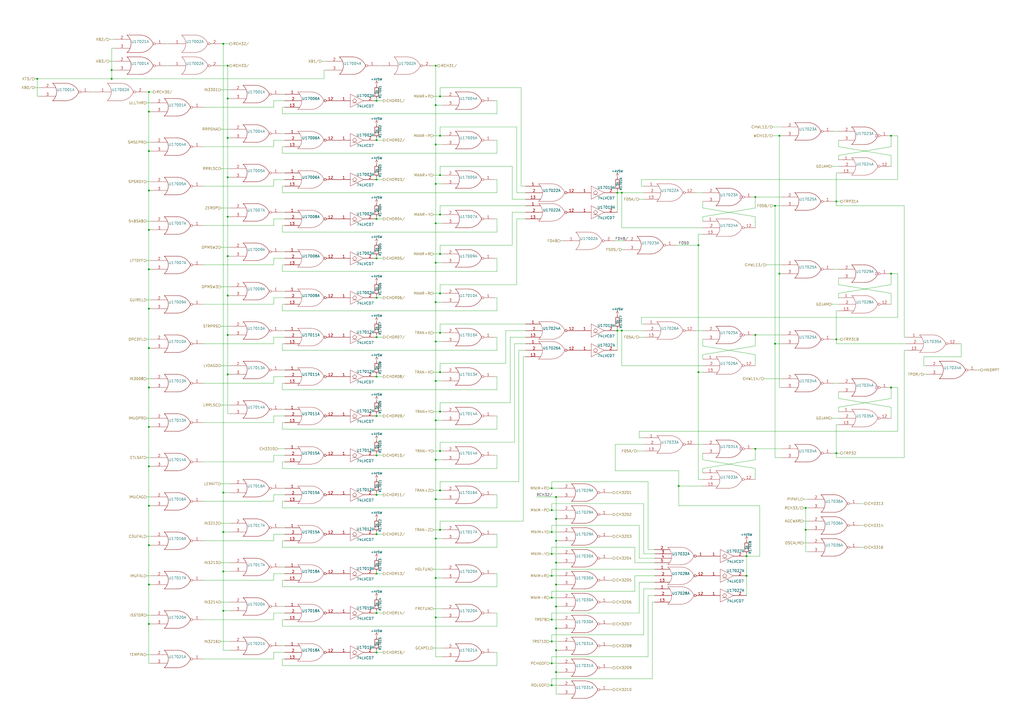
<source format=kicad_sch>
(kicad_sch (version 20211123) (generator eeschema)
  (paper "A2")
  (junction (at 129.54 25.4))
  (junction (at 132.08 38.1))
  (junction (at 86.36 316.23))
  (junction (at 320.04 283.21))
  (junction (at 322.58 364.49))
  (junction (at 252.73 106.68))
  (junction (at 218.44 218.44))
  (junction (at 252.73 83.82))
  (junction (at 252.73 198.12))
  (junction (at 433.07 322.58))
  (junction (at 252.73 129.54))
  (junction (at 252.73 38.1))
  (junction (at 132.08 194.31))
  (junction (at 218.44 264.16))
  (junction (at 86.36 156.21))
  (junction (at 132.08 217.17))
  (junction (at 320.04 308.61))
  (junction (at 516.89 224.79))
  (junction (at 218.44 355.6))
  (junction (at 516.89 78.74))
  (junction (at 252.73 289.56))
  (junction (at 132.08 171.45))
  (junction (at 255.27 101.6))
  (junction (at 320.04 321.31))
  (junction (at 218.44 127))
  (junction (at 86.36 87.63))
  (junction (at 255.27 193.04))
  (junction (at 320.04 397.51))
  (junction (at 252.73 335.28))
  (junction (at 218.44 241.3))
  (junction (at 218.44 309.88))
  (junction (at 86.36 224.79))
  (junction (at 218.44 81.28))
  (junction (at 320.04 384.81))
  (junction (at 360.68 111.76))
  (junction (at 449.58 119.38))
  (junction (at 218.44 332.74))
  (junction (at 322.58 351.79))
  (junction (at 252.73 358.14))
  (junction (at 405.13 142.24))
  (junction (at 218.44 172.72))
  (junction (at 322.58 313.69))
  (junction (at 438.15 114.3))
  (junction (at 358.14 191.77))
  (junction (at 467.36 294.64))
  (junction (at 449.58 199.39))
  (junction (at 132.08 125.73))
  (junction (at 320.04 359.41))
  (junction (at 252.73 152.4))
  (junction (at 86.36 179.07))
  (junction (at 129.54 308.61))
  (junction (at 485.14 262.89))
  (junction (at 255.27 238.76))
  (junction (at 86.36 201.93))
  (junction (at 452.12 158.75))
  (junction (at 360.68 191.77))
  (junction (at 322.58 339.09))
  (junction (at 320.04 346.71))
  (junction (at 252.73 266.7))
  (junction (at 405.13 215.9))
  (junction (at 485.14 116.84))
  (junction (at 129.54 285.75))
  (junction (at 86.36 270.51))
  (junction (at 218.44 195.58))
  (junction (at 21.59 45.72))
  (junction (at 255.27 124.46))
  (junction (at 516.89 158.75))
  (junction (at 252.73 60.96))
  (junction (at 86.36 53.34))
  (junction (at 132.08 102.87))
  (junction (at 218.44 104.14))
  (junction (at 322.58 389.89))
  (junction (at 86.36 339.09))
  (junction (at 218.44 287.02))
  (junction (at 438.15 194.31))
  (junction (at 64.77 40.64))
  (junction (at 252.73 220.98))
  (junction (at 218.44 149.86))
  (junction (at 255.27 307.34))
  (junction (at 320.04 295.91))
  (junction (at 86.36 247.65))
  (junction (at 255.27 261.62))
  (junction (at 433.07 334.01))
  (junction (at 255.27 55.88))
  (junction (at 129.54 331.47))
  (junction (at 132.08 80.01))
  (junction (at 255.27 147.32))
  (junction (at 252.73 175.26))
  (junction (at 64.77 45.72))
  (junction (at 358.14 111.76))
  (junction (at 252.73 312.42))
  (junction (at 322.58 377.19))
  (junction (at 86.36 110.49))
  (junction (at 86.36 293.37))
  (junction (at 252.73 243.84))
  (junction (at 86.36 64.77))
  (junction (at 255.27 170.18))
  (junction (at 452.12 78.74))
  (junction (at 218.44 378.46))
  (junction (at 322.58 326.39))
  (junction (at 320.04 334.01))
  (junction (at 129.54 354.33))
  (junction (at 255.27 284.48))
  (junction (at 132.08 148.59))
  (junction (at 322.58 288.29))
  (junction (at 218.44 58.42))
  (junction (at 86.36 361.95))
  (junction (at 438.15 260.35))
  (junction (at 255.27 78.74))
  (junction (at 132.08 57.15))
  (junction (at 255.27 215.9))
  (junction (at 393.7 281.94))
  (junction (at 320.04 372.11))
  (junction (at 322.58 300.99))
  (junction (at 467.36 307.34))
  (junction (at 86.36 133.35))
  (junction (at 485.14 196.85))
  (wire (pts (xy 354.33 349.25) (xy 355.6 349.25)))
  (wire (pts (xy 132.08 102.87) (xy 132.08 125.73)))
  (wire (pts (xy 485.14 196.85) (xy 487.68 196.85)))
  (wire (pts (xy 375.92 279.4) (xy 375.92 318.77)))
  (wire (pts (xy 318.77 346.71) (xy 320.04 346.71)))
  (wire (pts (xy 320.04 334.01) (xy 320.04 330.2)))
  (wire (pts (xy 299.72 165.1) (xy 299.72 127)))
  (wire (pts (xy 297.18 115.57) (xy 304.8 115.57)))
  (wire (pts (xy 252.73 83.82) (xy 256.54 83.82)))
  (wire (pts (xy 405.13 278.13) (xy 407.67 278.13)))
  (wire (pts (xy 535.94 207.01) (xy 535.94 212.09)))
  (wire (pts (xy 252.73 175.26) (xy 256.54 175.26)))
  (wire (pts (xy 255.27 55.88) (xy 255.27 50.8)))
  (wire (pts (xy 320.04 381) (xy 375.92 381)))
  (wire (pts (xy 452.12 158.75) (xy 452.12 224.79)))
  (wire (pts (xy 318.77 283.21) (xy 320.04 283.21)))
  (wire (pts (xy 118.11 313.69) (xy 158.75 313.69)))
  (wire (pts (xy 158.75 245.11) (xy 158.75 241.3)))
  (wire (pts (xy 288.29 340.36) (xy 163.83 340.36)))
  (wire (pts (xy 373.38 115.57) (xy 370.84 115.57)))
  (wire (pts (xy 251.46 124.46) (xy 255.27 124.46)))
  (wire (pts (xy 393.7 273.05) (xy 356.87 273.05)))
  (wire (pts (xy 448.31 73.66) (xy 453.39 73.66)))
  (wire (pts (xy 255.27 215.9) (xy 255.27 210.82)))
  (wire (pts (xy 86.36 339.09) (xy 86.36 361.95)))
  (wire (pts (xy 287.02 355.6) (xy 288.29 355.6)))
  (wire (pts (xy 516.89 236.22) (xy 486.41 231.14)))
  (wire (pts (xy 87.63 379.73) (xy 85.09 379.73)))
  (wire (pts (xy 288.29 309.88) (xy 288.29 317.5)))
  (wire (pts (xy 288.29 172.72) (xy 288.29 180.34)))
  (wire (pts (xy 218.44 149.86) (xy 218.44 148.59)))
  (wire (pts (xy 219.71 38.1) (xy 220.98 38.1)))
  (wire (pts (xy 318.77 321.31) (xy 320.04 321.31)))
  (wire (pts (xy 322.58 326.39) (xy 323.85 326.39)))
  (wire (pts (xy 163.83 226.06) (xy 163.83 222.25)))
  (wire (pts (xy 322.58 339.09) (xy 322.58 351.79)))
  (wire (pts (xy 252.73 152.4) (xy 256.54 152.4)))
  (wire (pts (xy 293.37 210.82) (xy 293.37 191.77)))
  (wire (pts (xy 320.04 283.21) (xy 320.04 279.4)))
  (wire (pts (xy 358.14 111.76) (xy 360.68 111.76)))
  (wire (pts (xy 252.73 358.14) (xy 252.73 381)))
  (wire (pts (xy 486.41 242.57) (xy 482.6 242.57)))
  (wire (pts (xy 255.27 261.62) (xy 255.27 256.54)))
  (wire (pts (xy 288.29 149.86) (xy 288.29 157.48)))
  (wire (pts (xy 218.44 241.3) (xy 222.25 241.3)))
  (wire (pts (xy 354.33 285.75) (xy 355.6 285.75)))
  (wire (pts (xy 311.15 288.29) (xy 322.58 288.29)))
  (wire (pts (xy 288.29 264.16) (xy 288.29 271.78)))
  (wire (pts (xy 255.27 215.9) (xy 256.54 215.9)))
  (wire (pts (xy 516.89 224.79) (xy 520.7 224.79)))
  (wire (pts (xy 218.44 264.16) (xy 222.25 264.16)))
  (wire (pts (xy 288.29 271.78) (xy 163.83 271.78)))
  (wire (pts (xy 86.36 64.77) (xy 86.36 87.63)))
  (wire (pts (xy 87.63 82.55) (xy 85.09 82.55)))
  (wire (pts (xy 252.73 335.28) (xy 252.73 358.14)))
  (wire (pts (xy 64.77 27.94) (xy 64.77 40.64)))
  (wire (pts (xy 118.11 382.27) (xy 158.75 382.27)))
  (wire (pts (xy 87.63 356.87) (xy 85.09 356.87)))
  (wire (pts (xy 252.73 198.12) (xy 252.73 220.98)))
  (wire (pts (xy 255.27 261.62) (xy 256.54 261.62)))
  (wire (pts (xy 86.36 316.23) (xy 87.63 316.23)))
  (wire (pts (xy 322.58 351.79) (xy 322.58 364.49)))
  (wire (pts (xy 433.07 334.01) (xy 433.07 345.44)))
  (wire (pts (xy 467.36 320.04) (xy 468.63 320.04)))
  (wire (pts (xy 256.54 375.92) (xy 251.46 375.92)))
  (wire (pts (xy 298.45 199.39) (xy 304.8 199.39)))
  (wire (pts (xy 118.11 130.81) (xy 158.75 130.81)))
  (wire (pts (xy 407.67 271.78) (xy 407.67 274.32)))
  (wire (pts (xy 218.44 218.44) (xy 218.44 217.17)))
  (wire (pts (xy 288.29 88.9) (xy 163.83 88.9)))
  (wire (pts (xy 438.15 200.66) (xy 407.67 205.74)))
  (wire (pts (xy 299.72 111.76) (xy 304.8 111.76)))
  (wire (pts (xy 287.02 264.16) (xy 288.29 264.16)))
  (wire (pts (xy 452.12 158.75) (xy 453.39 158.75)))
  (wire (pts (xy 255.27 101.6) (xy 256.54 101.6)))
  (wire (pts (xy 255.27 124.46) (xy 255.27 119.38)))
  (wire (pts (xy 128.27 303.53) (xy 133.35 303.53)))
  (wire (pts (xy 128.27 74.93) (xy 133.35 74.93)))
  (wire (pts (xy 86.36 270.51) (xy 86.36 293.37)))
  (wire (pts (xy 438.15 266.7) (xy 407.67 271.78)))
  (wire (pts (xy 53.34 53.34) (xy 54.61 53.34)))
  (wire (pts (xy 163.83 237.49) (xy 165.1 237.49)))
  (wire (pts (xy 163.83 130.81) (xy 165.1 130.81)))
  (wire (pts (xy 158.75 149.86) (xy 165.1 149.86)))
  (wire (pts (xy 452.12 78.74) (xy 452.12 158.75)))
  (wire (pts (xy 132.08 171.45) (xy 133.35 171.45)))
  (wire (pts (xy 87.63 311.15) (xy 85.09 311.15)))
  (wire (pts (xy 444.5 153.67) (xy 453.39 153.67)))
  (wire (pts (xy 448.31 78.74) (xy 452.12 78.74)))
  (wire (pts (xy 466.09 294.64) (xy 467.36 294.64)))
  (wire (pts (xy 300.99 203.2) (xy 304.8 203.2)))
  (wire (pts (xy 485.14 116.84) (xy 487.68 116.84)))
  (wire (pts (xy 252.73 106.68) (xy 256.54 106.68)))
  (wire (pts (xy 288.29 203.2) (xy 163.83 203.2)))
  (wire (pts (xy 132.08 194.31) (xy 133.35 194.31)))
  (wire (pts (xy 288.29 248.92) (xy 163.83 248.92)))
  (wire (pts (xy 360.68 212.09) (xy 407.67 212.09)))
  (wire (pts (xy 163.83 191.77) (xy 165.1 191.77)))
  (wire (pts (xy 132.08 80.01) (xy 133.35 80.01)))
  (wire (pts (xy 320.04 321.31) (xy 323.85 321.31)))
  (wire (pts (xy 158.75 127) (xy 165.1 127)))
  (wire (pts (xy 433.07 322.58) (xy 433.07 334.01)))
  (wire (pts (xy 438.15 271.78) (xy 407.67 266.7)))
  (wire (pts (xy 86.36 179.07) (xy 86.36 201.93)))
  (wire (pts (xy 129.54 285.75) (xy 133.35 285.75)))
  (wire (pts (xy 368.3 334.01) (xy 379.73 334.01)))
  (wire (pts (xy 370.84 250.19) (xy 370.84 254)))
  (wire (pts (xy 252.73 129.54) (xy 256.54 129.54)))
  (wire (pts (xy 158.75 176.53) (xy 158.75 172.72)))
  (wire (pts (xy 218.44 378.46) (xy 218.44 377.19)))
  (wire (pts (xy 218.44 127) (xy 222.25 127)))
  (wire (pts (xy 438.15 194.31) (xy 453.39 194.31)))
  (wire (pts (xy 128.27 166.37) (xy 133.35 166.37)))
  (wire (pts (xy 501.65 304.8) (xy 499.11 304.8)))
  (wire (pts (xy 128.27 52.07) (xy 133.35 52.07)))
  (wire (pts (xy 85.09 53.34) (xy 86.36 53.34)))
  (wire (pts (xy 118.11 222.25) (xy 158.75 222.25)))
  (wire (pts (xy 128.27 280.67) (xy 133.35 280.67)))
  (wire (pts (xy 520.7 250.19) (xy 370.84 250.19)))
  (wire (pts (xy 21.59 55.88) (xy 22.86 55.88)))
  (wire (pts (xy 255.27 55.88) (xy 256.54 55.88)))
  (wire (pts (xy 372.11 184.15) (xy 372.11 187.96)))
  (wire (pts (xy 87.63 288.29) (xy 85.09 288.29)))
  (wire (pts (xy 288.29 241.3) (xy 288.29 248.92)))
  (wire (pts (xy 295.91 195.58) (xy 304.8 195.58)))
  (wire (pts (xy 320.04 295.91) (xy 320.04 292.1)))
  (wire (pts (xy 163.83 382.27) (xy 165.1 382.27)))
  (wire (pts (xy 128.27 234.95) (xy 133.35 234.95)))
  (wire (pts (xy 256.54 330.2) (xy 251.46 330.2)))
  (wire (pts (xy 252.73 38.1) (xy 252.73 60.96)))
  (wire (pts (xy 320.04 372.11) (xy 323.85 372.11)))
  (wire (pts (xy 373.38 368.3) (xy 373.38 341.63)))
  (wire (pts (xy 218.44 287.02) (xy 222.25 287.02)))
  (wire (pts (xy 118.11 267.97) (xy 158.75 267.97)))
  (wire (pts (xy 218.44 172.72) (xy 218.44 171.45)))
  (wire (pts (xy 372.11 104.14) (xy 372.11 107.95)))
  (wire (pts (xy 467.36 294.64) (xy 468.63 294.64)))
  (wire (pts (xy 163.83 146.05) (xy 165.1 146.05)))
  (wire (pts (xy 556.26 199.39) (xy 557.53 199.39)))
  (wire (pts (xy 485.14 116.84) (xy 485.14 119.38)))
  (wire (pts (xy 320.04 342.9) (xy 368.3 342.9)))
  (wire (pts (xy 368.3 317.5) (xy 368.3 326.39)))
  (wire (pts (xy 118.11 199.39) (xy 158.75 199.39)))
  (wire (pts (xy 288.29 157.48) (xy 163.83 157.48)))
  (wire (pts (xy 524.51 203.2) (xy 525.78 203.2)))
  (wire (pts (xy 486.41 176.53) (xy 482.6 176.53)))
  (wire (pts (xy 87.63 128.27) (xy 85.09 128.27)))
  (wire (pts (xy 163.83 88.9) (xy 163.83 85.09)))
  (wire (pts (xy 128.27 143.51) (xy 133.35 143.51)))
  (wire (pts (xy 322.58 364.49) (xy 322.58 377.19)))
  (wire (pts (xy 288.29 363.22) (xy 163.83 363.22)))
  (wire (pts (xy 438.15 194.31) (xy 438.15 200.66)))
  (wire (pts (xy 128.27 349.25) (xy 133.35 349.25)))
  (wire (pts (xy 86.36 87.63) (xy 87.63 87.63)))
  (wire (pts (xy 255.27 193.04) (xy 255.27 187.96)))
  (wire (pts (xy 163.83 317.5) (xy 163.83 313.69)))
  (wire (pts (xy 129.54 308.61) (xy 133.35 308.61)))
  (wire (pts (xy 64.77 40.64) (xy 66.04 40.64)))
  (wire (pts (xy 255.27 279.4) (xy 300.99 279.4)))
  (wire (pts (xy 86.36 201.93) (xy 87.63 201.93)))
  (wire (pts (xy 158.75 355.6) (xy 165.1 355.6)))
  (wire (pts (xy 218.44 355.6) (xy 218.44 354.33)))
  (wire (pts (xy 320.04 384.81) (xy 320.04 381)))
  (wire (pts (xy 255.27 284.48) (xy 256.54 284.48)))
  (wire (pts (xy 158.75 382.27) (xy 158.75 378.46)))
  (wire (pts (xy 287.02 218.44) (xy 288.29 218.44)))
  (wire (pts (xy 163.83 77.47) (xy 165.1 77.47)))
  (wire (pts (xy 158.75 107.95) (xy 158.75 104.14)))
  (wire (pts (xy 322.58 377.19) (xy 323.85 377.19)))
  (wire (pts (xy 438.15 212.09) (xy 438.15 205.74)))
  (wire (pts (xy 501.65 317.5) (xy 499.11 317.5)))
  (wire (pts (xy 218.44 81.28) (xy 218.44 80.01)))
  (wire (pts (xy 320.04 346.71) (xy 320.04 342.9)))
  (wire (pts (xy 129.54 331.47) (xy 133.35 331.47)))
  (wire (pts (xy 373.38 261.62) (xy 369.57 261.62)))
  (wire (pts (xy 360.68 111.76) (xy 373.38 111.76)))
  (wire (pts (xy 535.94 217.17) (xy 537.21 217.17)))
  (wire (pts (xy 251.46 38.1) (xy 252.73 38.1)))
  (wire (pts (xy 288.29 287.02) (xy 288.29 294.64)))
  (wire (pts (xy 163.83 328.93) (xy 165.1 328.93)))
  (wire (pts (xy 96.52 25.4) (xy 97.79 25.4)))
  (wire (pts (xy 21.59 45.72) (xy 21.59 55.88)))
  (wire (pts (xy 218.44 104.14) (xy 222.25 104.14)))
  (wire (pts (xy 358.14 190.5) (xy 358.14 191.77)))
  (wire (pts (xy 86.36 110.49) (xy 86.36 133.35)))
  (wire (pts (xy 161.29 260.35) (xy 165.1 260.35)))
  (wire (pts (xy 86.36 361.95) (xy 87.63 361.95)))
  (wire (pts (xy 187.96 45.72) (xy 187.96 40.64)))
  (wire (pts (xy 322.58 300.99) (xy 323.85 300.99)))
  (wire (pts (xy 501.65 292.1) (xy 499.11 292.1)))
  (wire (pts (xy 520.7 104.14) (xy 372.11 104.14)))
  (wire (pts (xy 251.46 147.32) (xy 255.27 147.32)))
  (wire (pts (xy 163.83 359.41) (xy 165.1 359.41)))
  (wire (pts (xy 64.77 27.94) (xy 66.04 27.94)))
  (wire (pts (xy 440.69 322.58) (xy 440.69 293.37)))
  (wire (pts (xy 186.69 35.56) (xy 189.23 35.56)))
  (wire (pts (xy 158.75 81.28) (xy 165.1 81.28)))
  (wire (pts (xy 405.13 215.9) (xy 405.13 278.13)))
  (wire (pts (xy 118.11 85.09) (xy 158.75 85.09)))
  (wire (pts (xy 163.83 168.91) (xy 165.1 168.91)))
  (wire (pts (xy 163.83 203.2) (xy 163.83 199.39)))
  (wire (pts (xy 370.84 304.8) (xy 370.84 323.85)))
  (wire (pts (xy 255.27 238.76) (xy 255.27 233.68)))
  (wire (pts (xy 163.83 267.97) (xy 165.1 267.97)))
  (wire (pts (xy 128.27 212.09) (xy 133.35 212.09)))
  (wire (pts (xy 320.04 308.61) (xy 323.85 308.61)))
  (wire (pts (xy 132.08 125.73) (xy 133.35 125.73)))
  (wire (pts (xy 158.75 309.88) (xy 165.1 309.88)))
  (wire (pts (xy 128.27 120.65) (xy 133.35 120.65)))
  (wire (pts (xy 163.83 313.69) (xy 165.1 313.69)))
  (wire (pts (xy 129.54 25.4) (xy 129.54 285.75)))
  (wire (pts (xy 158.75 172.72) (xy 165.1 172.72)))
  (wire (pts (xy 251.46 284.48) (xy 255.27 284.48)))
  (wire (pts (xy 218.44 104.14) (xy 218.44 102.87)))
  (wire (pts (xy 299.72 73.66) (xy 299.72 111.76)))
  (wire (pts (xy 86.36 133.35) (xy 87.63 133.35)))
  (wire (pts (xy 354.33 323.85) (xy 355.6 323.85)))
  (wire (pts (xy 255.27 307.34) (xy 255.27 302.26)))
  (wire (pts (xy 485.14 119.38) (xy 524.51 119.38)))
  (wire (pts (xy 318.77 308.61) (xy 320.04 308.61)))
  (wire (pts (xy 218.44 195.58) (xy 222.25 195.58)))
  (wire (pts (xy 438.15 260.35) (xy 438.15 266.7)))
  (wire (pts (xy 438.15 120.65) (xy 407.67 125.73)))
  (wire (pts (xy 288.29 378.46) (xy 288.29 386.08)))
  (wire (pts (xy 87.63 219.71) (xy 85.09 219.71)))
  (wire (pts (xy 393.7 293.37) (xy 393.7 281.94)))
  (wire (pts (xy 86.36 64.77) (xy 87.63 64.77)))
  (wire (pts (xy 287.02 309.88) (xy 288.29 309.88)))
  (wire (pts (xy 322.58 288.29) (xy 322.58 300.99)))
  (wire (pts (xy 354.33 336.55) (xy 355.6 336.55)))
  (wire (pts (xy 287.02 195.58) (xy 288.29 195.58)))
  (wire (pts (xy 252.73 38.1) (xy 254 38.1)))
  (wire (pts (xy 433.07 322.58) (xy 440.69 322.58)))
  (wire (pts (xy 297.18 96.52) (xy 297.18 115.57)))
  (wire (pts (xy 218.44 172.72) (xy 222.25 172.72)))
  (wire (pts (xy 163.83 199.39) (xy 165.1 199.39)))
  (wire (pts (xy 163.83 66.04) (xy 163.83 62.23)))
  (wire (pts (xy 128.27 38.1) (xy 132.08 38.1)))
  (wire (pts (xy 356.87 139.7) (xy 361.95 139.7)))
  (wire (pts (xy 320.04 321.31) (xy 320.04 317.5)))
  (wire (pts (xy 132.08 102.87) (xy 133.35 102.87)))
  (wire (pts (xy 252.73 220.98) (xy 252.73 243.84)))
  (wire (pts (xy 255.27 142.24) (xy 297.18 142.24)))
  (wire (pts (xy 407.67 125.73) (xy 407.67 128.27)))
  (wire (pts (xy 218.44 127) (xy 218.44 125.73)))
  (wire (pts (xy 163.83 214.63) (xy 165.1 214.63)))
  (wire (pts (xy 320.04 355.6) (xy 370.84 355.6)))
  (wire (pts (xy 252.73 358.14) (xy 256.54 358.14)))
  (wire (pts (xy 467.36 307.34) (xy 467.36 320.04)))
  (wire (pts (xy 485.14 262.89) (xy 487.68 262.89)))
  (wire (pts (xy 128.27 97.79) (xy 133.35 97.79)))
  (wire (pts (xy 86.36 224.79) (xy 86.36 247.65)))
  (wire (pts (xy 318.77 384.81) (xy 320.04 384.81)))
  (wire (pts (xy 485.14 262.89) (xy 485.14 265.43)))
  (wire (pts (xy 132.08 217.17) (xy 133.35 217.17)))
  (wire (pts (xy 132.08 171.45) (xy 132.08 194.31)))
  (wire (pts (xy 252.73 106.68) (xy 252.73 129.54)))
  (wire (pts (xy 118.11 107.95) (xy 158.75 107.95)))
  (wire (pts (xy 452.12 78.74) (xy 453.39 78.74)))
  (wire (pts (xy 187.96 40.64) (xy 189.23 40.64)))
  (wire (pts (xy 255.27 256.54) (xy 298.45 256.54)))
  (wire (pts (xy 163.83 85.09) (xy 165.1 85.09)))
  (wire (pts (xy 158.75 378.46) (xy 165.1 378.46)))
  (wire (pts (xy 443.23 219.71) (xy 453.39 219.71)))
  (wire (pts (xy 86.36 247.65) (xy 86.36 270.51)))
  (wire (pts (xy 524.51 265.43) (xy 524.51 203.2)))
  (wire (pts (xy 320.04 283.21) (xy 323.85 283.21)))
  (wire (pts (xy 288.29 58.42) (xy 288.29 66.04)))
  (wire (pts (xy 87.63 265.43) (xy 85.09 265.43)))
  (wire (pts (xy 302.26 107.95) (xy 304.8 107.95)))
  (wire (pts (xy 318.77 397.51) (xy 320.04 397.51)))
  (wire (pts (xy 129.54 354.33) (xy 133.35 354.33)))
  (wire (pts (xy 158.75 85.09) (xy 158.75 81.28)))
  (wire (pts (xy 255.27 187.96) (xy 304.8 187.96)))
  (wire (pts (xy 163.83 107.95) (xy 165.1 107.95)))
  (wire (pts (xy 485.14 265.43) (xy 524.51 265.43)))
  (wire (pts (xy 288.29 66.04) (xy 163.83 66.04)))
  (wire (pts (xy 255.27 50.8) (xy 302.26 50.8)))
  (wire (pts (xy 86.36 270.51) (xy 87.63 270.51)))
  (wire (pts (xy 373.38 195.58) (xy 370.84 195.58)))
  (wire (pts (xy 520.7 184.15) (xy 372.11 184.15)))
  (wire (pts (xy 486.41 236.22) (xy 486.41 238.76)))
  (wire (pts (xy 129.54 308.61) (xy 129.54 331.47)))
  (wire (pts (xy 520.7 224.79) (xy 520.7 250.19)))
  (wire (pts (xy 372.11 107.95) (xy 373.38 107.95)))
  (wire (pts (xy 438.15 114.3) (xy 453.39 114.3)))
  (wire (pts (xy 449.58 199.39) (xy 453.39 199.39)))
  (wire (pts (xy 129.54 331.47) (xy 129.54 354.33)))
  (wire (pts (xy 252.73 289.56) (xy 252.73 312.42)))
  (wire (pts (xy 320.04 346.71) (xy 323.85 346.71)))
  (wire (pts (xy 524.51 119.38) (xy 524.51 195.58)))
  (wire (pts (xy 407.67 200.66) (xy 407.67 196.85)))
  (wire (pts (xy 287.02 378.46) (xy 288.29 378.46)))
  (wire (pts (xy 449.58 199.39) (xy 449.58 265.43)))
  (wire (pts (xy 516.89 242.57) (xy 516.89 236.22)))
  (wire (pts (xy 568.96 214.63) (xy 567.69 214.63)))
  (wire (pts (xy 118.11 336.55) (xy 158.75 336.55)))
  (wire (pts (xy 255.27 307.34) (xy 256.54 307.34)))
  (wire (pts (xy 288.29 317.5) (xy 163.83 317.5)))
  (wire (pts (xy 407.67 266.7) (xy 407.67 262.89)))
  (wire (pts (xy 158.75 287.02) (xy 165.1 287.02)))
  (wire (pts (xy 87.63 151.13) (xy 85.09 151.13)))
  (wire (pts (xy 218.44 81.28) (xy 222.25 81.28)))
  (wire (pts (xy 392.43 142.24) (xy 405.13 142.24)))
  (wire (pts (xy 158.75 62.23) (xy 158.75 58.42)))
  (wire (pts (xy 358.14 110.49) (xy 358.14 111.76)))
  (wire (pts (xy 320.04 334.01) (xy 323.85 334.01)))
  (wire (pts (xy 218.44 58.42) (xy 218.44 57.15)))
  (wire (pts (xy 358.14 111.76) (xy 358.14 123.19)))
  (wire (pts (xy 485.14 196.85) (xy 485.14 199.39)))
  (wire (pts (xy 252.73 289.56) (xy 256.54 289.56)))
  (wire (pts (xy 132.08 217.17) (xy 132.08 240.03)))
  (wire (pts (xy 486.41 170.18) (xy 486.41 172.72)))
  (wire (pts (xy 128.27 326.39) (xy 133.35 326.39)))
  (wire (pts (xy 163.83 336.55) (xy 165.1 336.55)))
  (wire (pts (xy 255.27 170.18) (xy 256.54 170.18)))
  (wire (pts (xy 535.94 212.09) (xy 537.21 212.09)))
  (wire (pts (xy 320.04 384.81) (xy 323.85 384.81)))
  (wire (pts (xy 516.89 176.53) (xy 516.89 170.18)))
  (wire (pts (xy 356.87 257.81) (xy 373.38 257.81)))
  (wire (pts (xy 485.14 199.39) (xy 525.78 199.39)))
  (wire (pts (xy 218.44 332.74) (xy 218.44 331.47)))
  (wire (pts (xy 298.45 256.54) (xy 298.45 199.39)))
  (wire (pts (xy 320.04 304.8) (xy 370.84 304.8)))
  (wire (pts (xy 467.36 307.34) (xy 468.63 307.34)))
  (wire (pts (xy 524.51 195.58) (xy 525.78 195.58)))
  (wire (pts (xy 320.04 295.91) (xy 323.85 295.91)))
  (wire (pts (xy 118.11 62.23) (xy 158.75 62.23)))
  (wire (pts (xy 252.73 60.96) (xy 252.73 83.82)))
  (wire (pts (xy 322.58 288.29) (xy 323.85 288.29)))
  (wire (pts (xy 322.58 326.39) (xy 322.58 339.09)))
  (wire (pts (xy 368.3 342.9) (xy 368.3 334.01)))
  (wire (pts (xy 255.27 170.18) (xy 255.27 165.1)))
  (wire (pts (xy 483.87 76.2) (xy 486.41 76.2)))
  (wire (pts (xy 86.36 53.34) (xy 88.9 53.34)))
  (wire (pts (xy 251.46 215.9) (xy 255.27 215.9)))
  (wire (pts (xy 86.36 224.79) (xy 87.63 224.79)))
  (wire (pts (xy 373.38 321.31) (xy 379.73 321.31)))
  (wire (pts (xy 403.86 191.77) (xy 407.67 191.77)))
  (wire (pts (xy 132.08 57.15) (xy 133.35 57.15)))
  (wire (pts (xy 320.04 359.41) (xy 320.04 355.6)))
  (wire (pts (xy 218.44 378.46) (xy 222.25 378.46)))
  (wire (pts (xy 218.44 58.42) (xy 222.25 58.42)))
  (wire (pts (xy 486.41 90.17) (xy 486.41 92.71)))
  (wire (pts (xy 393.7 281.94) (xy 393.7 273.05)))
  (wire (pts (xy 20.32 50.8) (xy 22.86 50.8)))
  (wire (pts (xy 297.18 142.24) (xy 297.18 123.19)))
  (wire (pts (xy 483.87 116.84) (xy 485.14 116.84)))
  (wire (pts (xy 132.08 57.15) (xy 132.08 80.01)))
  (wire (pts (xy 303.53 302.26) (xy 303.53 207.01)))
  (wire (pts (xy 516.89 165.1) (xy 486.41 170.18)))
  (wire (pts (xy 118.11 245.11) (xy 158.75 245.11)))
  (wire (pts (xy 163.83 111.76) (xy 163.83 107.95)))
  (wire (pts (xy 407.67 205.74) (xy 407.67 208.28)))
  (wire (pts (xy 318.77 359.41) (xy 320.04 359.41)))
  (wire (pts (xy 128.27 25.4) (xy 129.54 25.4)))
  (wire (pts (xy 287.02 241.3) (xy 288.29 241.3)))
  (wire (pts (xy 320.04 330.2) (xy 379.73 330.2)))
  (wire (pts (xy 132.08 38.1) (xy 132.08 57.15)))
  (wire (pts (xy 158.75 104.14) (xy 165.1 104.14)))
  (wire (pts (xy 370.84 323.85) (xy 379.73 323.85)))
  (wire (pts (xy 86.36 133.35) (xy 86.36 156.21)))
  (wire (pts (xy 252.73 198.12) (xy 256.54 198.12)))
  (wire (pts (xy 129.54 377.19) (xy 133.35 377.19)))
  (wire (pts (xy 358.14 191.77) (xy 360.68 191.77)))
  (wire (pts (xy 403.86 257.81) (xy 407.67 257.81)))
  (wire (pts (xy 358.14 191.77) (xy 358.14 203.2)))
  (wire (pts (xy 255.27 302.26) (xy 303.53 302.26)))
  (wire (pts (xy 297.18 123.19) (xy 304.8 123.19)))
  (wire (pts (xy 163.83 374.65) (xy 165.1 374.65)))
  (wire (pts (xy 132.08 80.01) (xy 132.08 102.87)))
  (wire (pts (xy 372.11 187.96) (xy 373.38 187.96)))
  (wire (pts (xy 63.5 35.56) (xy 66.04 35.56)))
  (wire (pts (xy 158.75 359.41) (xy 158.75 355.6)))
  (wire (pts (xy 86.36 53.34) (xy 86.36 64.77)))
  (wire (pts (xy 287.02 127) (xy 288.29 127)))
  (wire (pts (xy 118.11 176.53) (xy 158.75 176.53)))
  (wire (pts (xy 87.63 334.01) (xy 85.09 334.01)))
  (wire (pts (xy 318.77 372.11) (xy 320.04 372.11)))
  (wire (pts (xy 354.33 400.05) (xy 355.6 400.05)))
  (wire (pts (xy 86.36 156.21) (xy 87.63 156.21)))
  (wire (pts (xy 449.58 119.38) (xy 449.58 199.39)))
  (wire (pts (xy 320.04 397.51) (xy 320.04 393.7)))
  (wire (pts (xy 320.04 368.3) (xy 373.38 368.3)))
  (wire (pts (xy 252.73 243.84) (xy 256.54 243.84)))
  (wire (pts (xy 255.27 124.46) (xy 256.54 124.46)))
  (wire (pts (xy 287.02 58.42) (xy 288.29 58.42)))
  (wire (pts (xy 256.54 353.06) (xy 251.46 353.06)))
  (wire (pts (xy 255.27 233.68) (xy 295.91 233.68)))
  (wire (pts (xy 86.36 179.07) (xy 87.63 179.07)))
  (wire (pts (xy 255.27 147.32) (xy 256.54 147.32)))
  (wire (pts (xy 132.08 38.1) (xy 133.35 38.1)))
  (wire (pts (xy 252.73 243.84) (xy 252.73 266.7)))
  (wire (pts (xy 132.08 148.59) (xy 132.08 171.45)))
  (wire (pts (xy 64.77 40.64) (xy 64.77 45.72)))
  (wire (pts (xy 303.53 207.01) (xy 304.8 207.01)))
  (wire (pts (xy 320.04 308.61) (xy 320.04 304.8)))
  (wire (pts (xy 288.29 195.58) (xy 288.29 203.2)))
  (wire (pts (xy 86.36 156.21) (xy 86.36 179.07)))
  (wire (pts (xy 438.15 260.35) (xy 453.39 260.35)))
  (wire (pts (xy 354.33 387.35) (xy 355.6 387.35)))
  (wire (pts (xy 21.59 45.72) (xy 64.77 45.72)))
  (wire (pts (xy 163.83 290.83) (xy 165.1 290.83)))
  (wire (pts (xy 163.83 248.92) (xy 163.83 245.11)))
  (wire (pts (xy 378.46 349.25) (xy 379.73 349.25)))
  (wire (pts (xy 163.83 62.23) (xy 165.1 62.23)))
  (wire (pts (xy 322.58 389.89) (xy 323.85 389.89)))
  (wire (pts (xy 483.87 222.25) (xy 486.41 222.25)))
  (wire (pts (xy 373.38 341.63) (xy 379.73 341.63)))
  (wire (pts (xy 320.04 393.7) (xy 378.46 393.7)))
  (wire (pts (xy 322.58 389.89) (xy 322.58 402.59)))
  (wire (pts (xy 255.27 73.66) (xy 299.72 73.66)))
  (wire (pts (xy 129.54 285.75) (xy 129.54 308.61)))
  (wire (pts (xy 252.73 266.7) (xy 252.73 289.56)))
  (wire (pts (xy 467.36 294.64) (xy 467.36 307.34)))
  (wire (pts (xy 255.27 78.74) (xy 256.54 78.74)))
  (wire (pts (xy 163.83 100.33) (xy 165.1 100.33)))
  (wire (pts (xy 252.73 60.96) (xy 256.54 60.96)))
  (wire (pts (xy 405.13 215.9) (xy 407.67 215.9)))
  (wire (pts (xy 218.44 287.02) (xy 218.44 285.75)))
  (wire (pts (xy 287.02 81.28) (xy 288.29 81.28)))
  (wire (pts (xy 129.54 354.33) (xy 129.54 377.19)))
  (wire (pts (xy 438.15 125.73) (xy 407.67 120.65)))
  (wire (pts (xy 373.38 292.1) (xy 373.38 321.31)))
  (wire (pts (xy 288.29 104.14) (xy 288.29 111.76)))
  (wire (pts (xy 516.89 78.74) (xy 520.7 78.74)))
  (wire (pts (xy 64.77 45.72) (xy 187.96 45.72)))
  (wire (pts (xy 86.36 87.63) (xy 86.36 110.49)))
  (wire (pts (xy 132.08 125.73) (xy 132.08 148.59)))
  (wire (pts (xy 158.75 153.67) (xy 158.75 149.86)))
  (wire (pts (xy 360.68 212.09) (xy 360.68 191.77)))
  (wire (pts (xy 252.73 381) (xy 256.54 381)))
  (wire (pts (xy 87.63 105.41) (xy 85.09 105.41)))
  (wire (pts (xy 118.11 290.83) (xy 158.75 290.83)))
  (wire (pts (xy 516.89 158.75) (xy 516.89 165.1)))
  (wire (pts (xy 438.15 278.13) (xy 438.15 271.78)))
  (wire (pts (xy 485.14 246.38) (xy 485.14 262.89)))
  (wire (pts (xy 252.73 175.26) (xy 252.73 198.12)))
  (wire (pts (xy 251.46 170.18) (xy 255.27 170.18)))
  (wire (pts (xy 452.12 224.79) (xy 453.39 224.79)))
  (wire (pts (xy 360.68 132.08) (xy 407.67 132.08)))
  (wire (pts (xy 252.73 129.54) (xy 252.73 152.4)))
  (wire (pts (xy 86.36 293.37) (xy 86.36 316.23)))
  (wire (pts (xy 407.67 120.65) (xy 407.67 116.84)))
  (wire (pts (xy 163.83 386.08) (xy 163.83 382.27)))
  (wire (pts (xy 218.44 332.74) (xy 222.25 332.74)))
  (wire (pts (xy 255.27 101.6) (xy 255.27 96.52)))
  (wire (pts (xy 218.44 195.58) (xy 218.44 194.31)))
  (wire (pts (xy 158.75 336.55) (xy 158.75 332.74)))
  (wire (pts (xy 485.14 180.34) (xy 486.41 180.34)))
  (wire (pts (xy 354.33 361.95) (xy 355.6 361.95)))
  (wire (pts (xy 255.27 96.52) (xy 297.18 96.52)))
  (wire (pts (xy 218.44 241.3) (xy 218.44 240.03)))
  (wire (pts (xy 486.41 85.09) (xy 486.41 81.28)))
  (wire (pts (xy 361.95 144.78) (xy 360.68 144.78)))
  (wire (pts (xy 128.27 372.11) (xy 133.35 372.11)))
  (wire (pts (xy 163.83 340.36) (xy 163.83 336.55)))
  (wire (pts (xy 158.75 332.74) (xy 165.1 332.74)))
  (wire (pts (xy 449.58 265.43) (xy 453.39 265.43)))
  (wire (pts (xy 318.77 334.01) (xy 320.04 334.01)))
  (wire (pts (xy 433.07 321.31) (xy 433.07 322.58)))
  (wire (pts (xy 163.83 123.19) (xy 165.1 123.19)))
  (wire (pts (xy 322.58 300.99) (xy 322.58 313.69)))
  (wire (pts (xy 251.46 193.04) (xy 255.27 193.04)))
  (wire (pts (xy 255.27 238.76) (xy 256.54 238.76)))
  (wire (pts (xy 86.36 361.95) (xy 86.36 384.81)))
  (wire (pts (xy 218.44 309.88) (xy 222.25 309.88)))
  (wire (pts (xy 440.69 293.37) (xy 393.7 293.37)))
  (wire (pts (xy 251.46 238.76) (xy 255.27 238.76)))
  (wire (pts (xy 218.44 218.44) (xy 222.25 218.44)))
  (wire (pts (xy 288.29 134.62) (xy 163.83 134.62)))
  (wire (pts (xy 375.92 381) (xy 375.92 345.44)))
  (wire (pts (xy 255.27 210.82) (xy 293.37 210.82)))
  (wire (pts (xy 322.58 377.19) (xy 322.58 389.89)))
  (wire (pts (xy 486.41 96.52) (xy 482.6 96.52)))
  (wire (pts (xy 320.04 397.51) (xy 323.85 397.51)))
  (wire (pts (xy 449.58 119.38) (xy 453.39 119.38)))
  (wire (pts (xy 218.44 309.88) (xy 218.44 308.61)))
  (wire (pts (xy 483.87 196.85) (xy 485.14 196.85)))
  (wire (pts (xy 86.36 293.37) (xy 87.63 293.37)))
  (wire (pts (xy 252.73 220.98) (xy 256.54 220.98)))
  (wire (pts (xy 287.02 172.72) (xy 288.29 172.72)))
  (wire (pts (xy 163.83 176.53) (xy 165.1 176.53)))
  (wire (pts (xy 129.54 25.4) (xy 133.35 25.4)))
  (wire (pts (xy 322.58 339.09) (xy 323.85 339.09)))
  (wire (pts (xy 320.04 317.5) (xy 368.3 317.5)))
  (wire (pts (xy 299.72 127) (xy 304.8 127)))
  (wire (pts (xy 320.04 359.41) (xy 323.85 359.41)))
  (wire (pts (xy 251.46 101.6) (xy 255.27 101.6)))
  (wire (pts (xy 438.15 114.3) (xy 438.15 120.65)))
  (wire (pts (xy 354.33 374.65) (xy 355.6 374.65)))
  (wire (pts (xy 466.09 289.56) (xy 468.63 289.56)))
  (wire (pts (xy 370.84 355.6) (xy 370.84 337.82)))
  (wire (pts (xy 255.27 147.32) (xy 255.27 142.24)))
  (wire (pts (xy 163.83 283.21) (xy 165.1 283.21)))
  (wire (pts (xy 118.11 359.41) (xy 158.75 359.41)))
  (wire (pts (xy 218.44 355.6) (xy 222.25 355.6)))
  (wire (pts (xy 287.02 287.02) (xy 288.29 287.02)))
  (wire (pts (xy 520.7 158.75) (xy 520.7 184.15)))
  (wire (pts (xy 320.04 372.11) (xy 320.04 368.3)))
  (wire (pts (xy 516.89 90.17) (xy 486.41 85.09)))
  (wire (pts (xy 218.44 149.86) (xy 222.25 149.86)))
  (wire (pts (xy 252.73 266.7) (xy 256.54 266.7)))
  (wire (pts (xy 158.75 58.42) (xy 165.1 58.42)))
  (wire (pts (xy 288.29 355.6) (xy 288.29 363.22)))
  (wire (pts (xy 251.46 55.88) (xy 255.27 55.88)))
  (wire (pts (xy 288.29 226.06) (xy 163.83 226.06)))
  (wire (pts (xy 255.27 165.1) (xy 299.72 165.1)))
  (wire (pts (xy 252.73 83.82) (xy 252.73 106.68)))
  (wire (pts (xy 516.89 78.74) (xy 516.89 85.09)))
  (wire (pts (xy 322.58 313.69) (xy 323.85 313.69)))
  (wire (pts (xy 20.32 45.72) (xy 21.59 45.72)))
  (wire (pts (xy 163.83 54.61) (xy 165.1 54.61)))
  (wire (pts (xy 132.08 194.31) (xy 132.08 217.17)))
  (wire (pts (xy 255.27 119.38) (xy 304.8 119.38)))
  (wire (pts (xy 288.29 180.34) (xy 163.83 180.34)))
  (wire (pts (xy 375.92 318.77) (xy 379.73 318.77)))
  (wire (pts (xy 158.75 241.3) (xy 165.1 241.3)))
  (wire (pts (xy 486.41 231.14) (xy 486.41 227.33)))
  (wire (pts (xy 158.75 218.44) (xy 165.1 218.44)))
  (wire (pts (xy 158.75 199.39) (xy 158.75 195.58)))
  (wire (pts (xy 163.83 306.07) (xy 165.1 306.07)))
  (wire (pts (xy 163.83 180.34) (xy 163.83 176.53)))
  (wire (pts (xy 86.36 201.93) (xy 86.36 224.79)))
  (wire (pts (xy 378.46 393.7) (xy 378.46 349.25)))
  (wire (pts (xy 486.41 165.1) (xy 486.41 161.29)))
  (wire (pts (xy 322.58 313.69) (xy 322.58 326.39)))
  (wire (pts (xy 300.99 279.4) (xy 300.99 203.2)))
  (wire (pts (xy 516.89 170.18) (xy 486.41 165.1)))
  (wire (pts (xy 287.02 104.14) (xy 288.29 104.14)))
  (wire (pts (xy 163.83 153.67) (xy 165.1 153.67)))
  (wire (pts (xy 163.83 134.62) (xy 163.83 130.81)))
  (wire (pts (xy 287.02 332.74) (xy 288.29 332.74)))
  (wire (pts (xy 63.5 22.86) (xy 66.04 22.86)))
  (wire (pts (xy 158.75 264.16) (xy 165.1 264.16)))
  (wire (pts (xy 288.29 386.08) (xy 163.83 386.08)))
  (wire (pts (xy 96.52 38.1) (xy 97.79 38.1)))
  (wire (pts (xy 485.14 100.33) (xy 486.41 100.33)))
  (wire (pts (xy 438.15 205.74) (xy 407.67 200.66)))
  (wire (pts (xy 516.89 231.14) (xy 486.41 236.22)))
  (wire (pts (xy 360.68 111.76) (xy 360.68 132.08)))
  (wire (pts (xy 87.63 196.85) (xy 85.09 196.85)))
  (wire (pts (xy 354.33 311.15) (xy 355.6 311.15)))
  (wire (pts (xy 375.92 345.44) (xy 379.73 345.44)))
  (wire (pts (xy 163.83 271.78) (xy 163.83 267.97)))
  (wire (pts (xy 163.83 222.25) (xy 165.1 222.25)))
  (wire (pts (xy 485.14 180.34) (xy 485.14 196.85)))
  (wire (pts (xy 370.84 254) (xy 373.38 254)))
  (wire (pts (xy 158.75 290.83) (xy 158.75 287.02)))
  (wire (pts (xy 86.36 247.65) (xy 87.63 247.65)))
  (wire (pts (xy 322.58 364.49) (xy 323.85 364.49)))
  (wire (pts (xy 295.91 233.68) (xy 295.91 195.58)))
  (wire (pts (xy 158.75 267.97) (xy 158.75 264.16)))
  (wire (pts (xy 132.08 240.03) (xy 133.35 240.03)))
  (wire (pts (xy 163.83 351.79) (xy 165.1 351.79)))
  (wire (pts (xy 483.87 262.89) (xy 485.14 262.89)))
  (wire (pts (xy 158.75 313.69) (xy 158.75 309.88)))
  (wire (pts (xy 393.7 281.94) (xy 407.67 281.94)))
  (wire (pts (xy 318.77 295.91) (xy 320.04 295.91)))
  (wire (pts (xy 405.13 135.89) (xy 405.13 142.24)))
  (wire (pts (xy 163.83 294.64) (xy 163.83 290.83)))
  (wire (pts (xy 320.04 292.1) (xy 373.38 292.1)))
  (wire (pts (xy 288.29 111.76) (xy 163.83 111.76)))
  (wire (pts (xy 251.46 307.34) (xy 255.27 307.34)))
  (wire (pts (xy 86.36 339.09) (xy 87.63 339.09)))
  (wire (pts (xy 483.87 156.21) (xy 486.41 156.21)))
  (wire (pts (xy 86.36 110.49) (xy 87.63 110.49)))
  (wire (pts (xy 516.89 158.75) (xy 520.7 158.75)))
  (wire (pts (xy 557.53 207.01) (xy 535.94 207.01)))
  (wire (pts (xy 302.26 50.8) (xy 302.26 107.95)))
  (wire (pts (xy 128.27 189.23) (xy 133.35 189.23)))
  (wire (pts (xy 252.73 335.28) (xy 256.54 335.28)))
  (wire (pts (xy 252.73 152.4) (xy 252.73 175.26)))
  (wire (pts (xy 516.89 224.79) (xy 516.89 231.14)))
  (wire (pts (xy 87.63 59.69) (xy 85.09 59.69)))
  (wire (pts (xy 405.13 142.24) (xy 405.13 215.9)))
  (wire (pts (xy 370.84 337.82) (xy 379.73 337.82)))
  (wire (pts (xy 516.89 96.52) (xy 516.89 90.17)))
  (wire (pts (xy 255.27 78.74) (xy 255.27 73.66)))
  (wire (pts (xy 158.75 195.58) (xy 165.1 195.58)))
  (wire (pts (xy 251.46 78.74) (xy 255.27 78.74)))
  (wire (pts (xy 87.63 173.99) (xy 85.09 173.99)))
  (wire (pts (xy 322.58 351.79) (xy 323.85 351.79)))
  (wire (pts (xy 288.29 218.44) (xy 288.29 226.06)))
  (wire (pts (xy 255.27 193.04) (xy 256.54 193.04)))
  (wire (pts (xy 252.73 312.42) (xy 252.73 335.28)))
  (wire (pts (xy 293.37 191.77) (xy 304.8 191.77)))
  (wire (pts (xy 520.7 78.74) (xy 520.7 104.14)))
  (wire (pts (xy 466.09 314.96) (xy 468.63 314.96)))
  (wire (pts (xy 448.31 119.38) (xy 449.58 119.38)))
  (wire (pts (xy 326.39 139.7) (xy 325.12 139.7)))
  (wire (pts (xy 288.29 332.74) (xy 288.29 340.36)))
  (wire (pts (xy 251.46 261.62) (xy 255.27 261.62)))
  (wire (pts (xy 86.36 316.23) (xy 86.36 339.09)))
  (wire (pts (xy 163.83 157.48) (xy 163.83 153.67)))
  (wire (pts (xy 322.58 402.59) (xy 323.85 402.59)))
  (wire (pts (xy 466.09 302.26) (xy 468.63 302.26)))
  (wire (pts (xy 557.53 199.39) (xy 557.53 207.01)))
  (wire (pts (xy 163.83 363.22) (xy 163.83 359.41)))
  (wire (pts (xy 288.29 294.64) (xy 163.83 294.64)))
  (wire (pts (xy 320.04 279.4) (xy 375.92 279.4)))
  (wire (pts (xy 403.86 111.76) (xy 407.67 111.76)))
  (wire (pts (xy 485.14 246.38) (xy 486.41 246.38)))
  (wire (pts (xy 163.83 245.11) (xy 165.1 245.11)))
  (wire (pts (xy 485.14 100.33) (xy 485.14 116.84)))
  (wire (pts (xy 516.89 85.09) (xy 486.41 90.17)))
  (wire (pts (xy 87.63 242.57) (xy 85.09 242.57)))
  (wire (pts (xy 288.29 127) (xy 288.29 134.62)))
  (wire (pts (xy 438.15 132.08) (xy 438.15 125.73)))
  (wire (pts (xy 356.87 273.05) (xy 356.87 257.81)))
  (wire (pts (xy 252.73 312.42) (xy 256.54 312.42)))
  (wire (pts (xy 288.29 81.28) (xy 288.29 88.9)))
  (wire (pts (xy 158.75 222.25) (xy 158.75 218.44)))
  (wire (pts (xy 360.68 191.77) (xy 373.38 191.77)))
  (wire (pts (xy 354.33 298.45) (xy 355.6 298.45)))
  (wire (pts (xy 368.3 326.39) (xy 379.73 326.39)))
  (wire (pts (xy 132.08 148.59) (xy 133.35 148.59)))
  (wire (pts (xy 118.11 153.67) (xy 158.75 153.67)))
  (wire (pts (xy 218.44 264.16) (xy 218.44 262.89)))
  (wire (pts (xy 86.36 384.81) (xy 87.63 384.81)))
  (wire (pts (xy 287.02 149.86) (xy 288.29 149.86)))
  (wire (pts (xy 255.27 284.48) (xy 255.27 279.4)))
  (wire (pts (xy 158.75 130.81) (xy 158.75 127)))
  (wire (pts (xy 407.67 135.89) (xy 405.13 135.89)))
  (label "FO5D" (at 393.7 142.24 0) (effects (font (size 1.524 1.524))))
  (label "RCH32/" (at 311.15 288.29 0) (effects (font (size 1.524 1.524))))
  (label "F04B/" (at 356.87 139.7 0) (effects (font (size 1.524 1.524))))
  (hierarchical_label "XB0/" (shape input) (at 20.32 50.8 180) (effects (font (size 1.524 1.524))))
  (hierarchical_label "CHOR09/" (shape output) (at 222.25 241.3 0) (effects (font (size 1.524 1.524))))
  (hierarchical_label "MANR-Y" (shape input) (at 251.46 124.46 180) (effects (font (size 1.524 1.524))))
  (hierarchical_label "MNIM+P" (shape input) (at 318.77 283.21 180) (effects (font (size 1.524 1.524))))
  (hierarchical_label "F05A/" (shape input) (at 370.84 115.57 180) (effects (font (size 1.524 1.524))))
  (hierarchical_label "CHOR05/" (shape output) (at 222.25 149.86 0) (effects (font (size 1.524 1.524))))
  (hierarchical_label "STRPRS" (shape input) (at 128.27 189.23 180) (effects (font (size 1.524 1.524))))
  (hierarchical_label "LVDAGD" (shape input) (at 128.27 212.09 180) (effects (font (size 1.524 1.524))))
  (hierarchical_label "CHWL12/" (shape input) (at 448.31 73.66 180) (effects (font (size 1.524 1.524))))
  (hierarchical_label "OPMSW3" (shape input) (at 128.27 166.37 180) (effects (font (size 1.524 1.524))))
  (hierarchical_label "TRP31A" (shape output) (at 487.68 116.84 0) (effects (font (size 1.524 1.524))))
  (hierarchical_label "CH3313" (shape output) (at 501.65 292.1 0) (effects (font (size 1.524 1.524))))
  (hierarchical_label "TRST9" (shape input) (at 318.77 359.41 180) (effects (font (size 1.524 1.524))))
  (hierarchical_label "CH3210" (shape output) (at 355.6 400.05 0) (effects (font (size 1.524 1.524))))
  (hierarchical_label "IN3216" (shape input) (at 128.27 372.11 180) (effects (font (size 1.524 1.524))))
  (hierarchical_label "IMUOPR" (shape input) (at 85.09 242.57 180) (effects (font (size 1.524 1.524))))
  (hierarchical_label "AGCWAR" (shape input) (at 466.09 302.26 180) (effects (font (size 1.524 1.524))))
  (hierarchical_label "TRAN-X" (shape input) (at 251.46 215.9 180) (effects (font (size 1.524 1.524))))
  (hierarchical_label "XB1/" (shape input) (at 186.69 35.56 180) (effects (font (size 1.524 1.524))))
  (hierarchical_label "CH3314" (shape output) (at 501.65 304.8 0) (effects (font (size 1.524 1.524))))
  (hierarchical_label "F05A/" (shape input) (at 370.84 195.58 180) (effects (font (size 1.524 1.524))))
  (hierarchical_label "IN3213" (shape input) (at 128.27 326.39 180) (effects (font (size 1.524 1.524))))
  (hierarchical_label "RCH31/" (shape output) (at 254 38.1 0) (effects (font (size 1.524 1.524))))
  (hierarchical_label "XT3/" (shape input) (at 20.32 45.72 180) (effects (font (size 1.524 1.524))))
  (hierarchical_label "CHOR12/" (shape output) (at 222.25 309.88 0) (effects (font (size 1.524 1.524))))
  (hierarchical_label "CHOR06/" (shape output) (at 222.25 172.72 0) (effects (font (size 1.524 1.524))))
  (hierarchical_label "FREFUN" (shape input) (at 251.46 353.06 180) (effects (font (size 1.524 1.524))))
  (hierarchical_label "ISSTOR" (shape input) (at 85.09 356.87 180) (effects (font (size 1.524 1.524))))
  (hierarchical_label "RRPONA" (shape input) (at 128.27 74.93 180) (effects (font (size 1.524 1.524))))
  (hierarchical_label "CH3206" (shape output) (at 355.6 349.25 0) (effects (font (size 1.524 1.524))))
  (hierarchical_label "MNIM-P" (shape input) (at 318.77 295.91 180) (effects (font (size 1.524 1.524))))
  (hierarchical_label "ZEROP" (shape input) (at 128.27 120.65 180) (effects (font (size 1.524 1.524))))
  (hierarchical_label "ROLGOF" (shape input) (at 318.77 397.51 180) (effects (font (size 1.524 1.524))))
  (hierarchical_label "CHOR03/" (shape output) (at 222.25 104.14 0) (effects (font (size 1.524 1.524))))
  (hierarchical_label "CH3316" (shape output) (at 501.65 317.5 0) (effects (font (size 1.524 1.524))))
  (hierarchical_label "TEMPIN" (shape input) (at 85.09 379.73 180) (effects (font (size 1.524 1.524))))
  (hierarchical_label "ULLTHR" (shape input) (at 85.09 59.69 180) (effects (font (size 1.524 1.524))))
  (hierarchical_label "FS05/" (shape input) (at 360.68 144.78 180) (effects (font (size 1.524 1.524))))
  (hierarchical_label "OPMSW2" (shape input) (at 128.27 143.51 180) (effects (font (size 1.524 1.524))))
  (hierarchical_label "RCH33/" (shape output) (at 133.35 38.1 0) (effects (font (size 1.524 1.524))))
  (hierarchical_label "MNIM-R" (shape input) (at 318.77 346.71 180) (effects (font (size 1.524 1.524))))
  (hierarchical_label "GOJAM" (shape input) (at 482.6 242.57 180) (effects (font (size 1.524 1.524))))
  (hierarchical_label "CHOR08/" (shape output) (at 222.25 218.44 0) (effects (font (size 1.524 1.524))))
  (hierarchical_label "MANR+Y" (shape input) (at 251.46 101.6 180) (effects (font (size 1.524 1.524))))
  (hierarchical_label "RCH33/" (shape input) (at 466.09 294.64 180) (effects (font (size 1.524 1.524))))
  (hierarchical_label "CHOR04/" (shape output) (at 222.25 127 0) (effects (font (size 1.524 1.524))))
  (hierarchical_label "CDUFAL" (shape input) (at 85.09 311.15 180) (effects (font (size 1.524 1.524))))
  (hierarchical_label "MANR+P" (shape input) (at 251.46 55.88 180) (effects (font (size 1.524 1.524))))
  (hierarchical_label "CHOR13/" (shape output) (at 222.25 332.74 0) (effects (font (size 1.524 1.524))))
  (hierarchical_label "CTLSAT" (shape input) (at 85.09 265.43 180) (effects (font (size 1.524 1.524))))
  (hierarchical_label "CHWL13/" (shape input) (at 444.5 153.67 180) (effects (font (size 1.524 1.524))))
  (hierarchical_label "MANR-P" (shape input) (at 251.46 78.74 180) (effects (font (size 1.524 1.524))))
  (hierarchical_label "LRRLSC" (shape input) (at 128.27 234.95 180) (effects (font (size 1.524 1.524))))
  (hierarchical_label "CHWL14/" (shape input) (at 443.23 219.71 180) (effects (font (size 1.524 1.524))))
  (hierarchical_label "MNIM-Y" (shape input) (at 318.77 321.31 180) (effects (font (size 1.524 1.524))))
  (hierarchical_label "TRAN+Y" (shape input) (at 251.46 238.76 180) (effects (font (size 1.524 1.524))))
  (hierarchical_label "F05A/" (shape input) (at 369.57 261.62 180) (effects (font (size 1.524 1.524))))
  (hierarchical_label "F05B/" (shape input) (at 448.31 119.38 180) (effects (font (size 1.524 1.524))))
  (hierarchical_label "OPCDFL" (shape input) (at 85.09 196.85 180) (effects (font (size 1.524 1.524))))
  (hierarchical_label "CHOR16/" (shape output) (at 222.25 378.46 0) (effects (font (size 1.524 1.524))))
  (hierarchical_label "IN3008" (shape input) (at 85.09 219.71 180) (effects (font (size 1.524 1.524))))
  (hierarchical_label "IN3214" (shape input) (at 128.27 349.25 180) (effects (font (size 1.524 1.524))))
  (hierarchical_label "SMSEPR" (shape input) (at 85.09 82.55 180) (effects (font (size 1.524 1.524))))
  (hierarchical_label "CHOR02/" (shape output) (at 222.25 81.28 0) (effects (font (size 1.524 1.524))))
  (hierarchical_label "TRAN-Y" (shape input) (at 251.46 261.62 180) (effects (font (size 1.524 1.524))))
  (hierarchical_label "GOJAM" (shape input) (at 482.6 96.52 180) (effects (font (size 1.524 1.524))))
  (hierarchical_label "PCHGOF" (shape input) (at 318.77 384.81 180) (effects (font (size 1.524 1.524))))
  (hierarchical_label "CH3205" (shape output) (at 355.6 336.55 0) (effects (font (size 1.524 1.524))))
  (hierarchical_label "TRST10" (shape input) (at 318.77 372.11 180) (effects (font (size 1.524 1.524))))
  (hierarchical_label "GOJAM" (shape input) (at 482.6 176.53 180) (effects (font (size 1.524 1.524))))
  (hierarchical_label "CH3207" (shape output) (at 355.6 361.95 0) (effects (font (size 1.524 1.524))))
  (hierarchical_label "CHOR07/" (shape output) (at 222.25 195.58 0) (effects (font (size 1.524 1.524))))
  (hierarchical_label "OSCALM" (shape input) (at 466.09 314.96 180) (effects (font (size 1.524 1.524))))
  (hierarchical_label "TPOR/" (shape input) (at 535.94 217.17 180) (effects (font (size 1.524 1.524))))
  (hierarchical_label "MNIM+R" (shape input) (at 318.77 334.01 180) (effects (font (size 1.524 1.524))))
  (hierarchical_label "TRAN-Z" (shape input) (at 251.46 307.34 180) (effects (font (size 1.524 1.524))))
  (hierarchical_label "IMUCAG" (shape input) (at 85.09 288.29 180) (effects (font (size 1.524 1.524))))
  (hierarchical_label "CH3209" (shape output) (at 355.6 387.35 0) (effects (font (size 1.524 1.524))))
  (hierarchical_label "CH3201" (shape output) (at 355.6 285.75 0) (effects (font (size 1.524 1.524))))
  (hierarchical_label "CHOR10/" (shape output) (at 222.25 264.16 0) (effects (font (size 1.524 1.524))))
  (hierarchical_label "MANR-R" (shape input) (at 251.46 170.18 180) (effects (font (size 1.524 1.524))))
  (hierarchical_label "IN3212" (shape input) (at 128.27 303.53 180) (effects (font (size 1.524 1.524))))
  (hierarchical_label "MNIM+Y" (shape input) (at 318.77 308.61 180) (effects (font (size 1.524 1.524))))
  (hierarchical_label "MANR+R" (shape input) (at 251.46 147.32 180) (effects (font (size 1.524 1.524))))
  (hierarchical_label "CH3202" (shape output) (at 355.6 298.45 0) (effects (font (size 1.524 1.524))))
  (hierarchical_label "CH3208" (shape output) (at 355.6 374.65 0) (effects (font (size 1.524 1.524))))
  (hierarchical_label "TRP31B" (shape output) (at 487.68 196.85 0) (effects (font (size 1.524 1.524))))
  (hierarchical_label "GUIREL" (shape input) (at 85.09 173.99 180) (effects (font (size 1.524 1.524))))
  (hierarchical_label "CHOR11/" (shape output) (at 222.25 287.02 0) (effects (font (size 1.524 1.524))))
  (hierarchical_label "CH3203" (shape output) (at 355.6 311.15 0) (effects (font (size 1.524 1.524))))
  (hierarchical_label "XB3/" (shape input) (at 63.5 35.56 180) (effects (font (size 1.524 1.524))))
  (hierarchical_label "CH3310" (shape input) (at 161.29 260.35 180) (effects (font (size 1.524 1.524))))
  (hierarchical_label "RRRLSC" (shape input) (at 128.27 97.79 180) (effects (font (size 1.524 1.524))))
  (hierarchical_label "TRAN+X" (shape input) (at 251.46 193.04 180) (effects (font (size 1.524 1.524))))
  (hierarchical_label "HNDRPT" (shape output) (at 568.96 214.63 0) (effects (font (size 1.524 1.524))))
  (hierarchical_label "RCH32/" (shape output) (at 133.35 25.4 0) (effects (font (size 1.524 1.524))))
  (hierarchical_label "SPSRDY" (shape input) (at 85.09 105.41 180) (effects (font (size 1.524 1.524))))
  (hierarchical_label "TRP32" (shape output) (at 487.68 262.89 0) (effects (font (size 1.524 1.524))))
  (hierarchical_label "WCH13/" (shape input) (at 448.31 78.74 180) (effects (font (size 1.524 1.524))))
  (hierarchical_label "F04B" (shape input) (at 325.12 139.7 180) (effects (font (size 1.524 1.524))))
  (hierarchical_label "PIPAFL" (shape input) (at 466.09 289.56 180) (effects (font (size 1.524 1.524))))
  (hierarchical_label "CHOR14/" (shape output) (at 222.25 355.6 0) (effects (font (size 1.524 1.524))))
  (hierarchical_label "CH3204" (shape output) (at 355.6 323.85 0) (effects (font (size 1.524 1.524))))
  (hierarchical_label "RCH30/" (shape output) (at 88.9 53.34 0) (effects (font (size 1.524 1.524))))
  (hierarchical_label "TRAN+Z" (shape input) (at 251.46 284.48 180) (effects (font (size 1.524 1.524))))
  (hierarchical_label "GCAPCL" (shape input) (at 251.46 375.92 180) (effects (font (size 1.524 1.524))))
  (hierarchical_label "IMUFAL" (shape input) (at 85.09 334.01 180) (effects (font (size 1.524 1.524))))
  (hierarchical_label "HOLFUN" (shape input) (at 251.46 330.2 180) (effects (font (size 1.524 1.524))))
  (hierarchical_label "LEMATT" (shape input) (at 128.27 280.67 180) (effects (font (size 1.524 1.524))))
  (hierarchical_label "LFTOFF" (shape input) (at 85.09 151.13 180) (effects (font (size 1.524 1.524))))
  (hierarchical_label "CHOR01/" (shape output) (at 222.25 58.42 0) (effects (font (size 1.524 1.524))))
  (hierarchical_label "S4BSAB" (shape input) (at 85.09 128.27 180) (effects (font (size 1.524 1.524))))
  (hierarchical_label "XB2/" (shape input) (at 63.5 22.86 180) (effects (font (size 1.524 1.524))))
  (hierarchical_label "IN3301" (shape input) (at 128.27 52.07 180) (effects (font (size 1.524 1.524))))
  (symbol (lib_id "agc_kicad_components:74HC02") (at 148.59 54.61 0)
    (property "Reference" "U17001" (at 148.59 53.34 0) (effects (font (size 1.524 1.524))))
    (property "Value" "74HC02" (effects hide))
  )
  (symbol (lib_id "agc_kicad_components:74HC02") (at 81.28 38.1 0)
    (property "Reference" "U17001" (at 81.28 36.83 0) (effects (font (size 1.524 1.524))))
    (property "Value" "74HC02" (effects hide))
  )
  (symbol (lib_id "agc_kicad_components:74HC04") (at 113.03 38.1 0)
    (property "Reference" "U17002" (at 113.03 36.83 0) (effects (font (size 1.524 1.524))))
    (property "Value" "74HC04" (effects hide))
  )
  (symbol (lib_id "agc_kicad_components:74HC27") (at 180.34 58.42 0)
    (property "Reference" "U17006" (at 180.34 57.15 0) (effects (font (size 1.524 1.524))))
    (property "Value" "74HC27" (effects hide))
  )
  (symbol (lib_id "agc_kicad_components:74LVC07") (at 207.01 58.42 0)
    (property "Reference" "U17003" (at 211.963 55.499 0) (effects (font (size 1.524 1.524))))
    (property "Value" "74LVC07" (at 211.836 61.595 0) (effects (font (size 1.524 1.524))))
  )
  (symbol (lib_id "inout_ii-rescue:R-device") (at 218.44 53.34 0)
    (property "Reference" "R17001" (at 220.472 53.34 90))
    (property "Value" "5k" (at 218.44 53.34 90))
  )
  (symbol (lib_id "agc_kicad_components:74HC02") (at 102.87 62.23 0)
    (property "Reference" "U17001" (at 102.87 60.96 0) (effects (font (size 1.524 1.524))))
    (property "Value" "74HC02" (effects hide))
  )
  (symbol (lib_id "agc_kicad_components:74HC02") (at 38.1 53.34 0)
    (property "Reference" "U17001" (at 38.1 52.07 0) (effects (font (size 1.524 1.524))))
    (property "Value" "74HC02" (effects hide))
  )
  (symbol (lib_id "agc_kicad_components:74HC04") (at 69.85 53.34 0)
    (property "Reference" "U17002" (at 69.85 52.07 0) (effects (font (size 1.524 1.524))))
    (property "Value" "74HC04" (effects hide))
  )
  (symbol (lib_id "agc_kicad_components:74HC02") (at 271.78 58.42 0)
    (property "Reference" "U17004" (at 271.78 57.15 0) (effects (font (size 1.524 1.524))))
    (property "Value" "74HC02" (effects hide))
  )
  (symbol (lib_id "agc_kicad_components:74HC02") (at 204.47 38.1 0)
    (property "Reference" "U17004" (at 204.47 36.83 0) (effects (font (size 1.524 1.524))))
    (property "Value" "74HC02" (effects hide))
  )
  (symbol (lib_id "agc_kicad_components:74HC04") (at 236.22 38.1 0)
    (property "Reference" "U17002" (at 236.22 36.83 0) (effects (font (size 1.524 1.524))))
    (property "Value" "74HC04" (effects hide))
  )
  (symbol (lib_id "agc_kicad_components:74HC02") (at 148.59 77.47 0)
    (property "Reference" "U17004" (at 148.59 76.2 0) (effects (font (size 1.524 1.524))))
    (property "Value" "74HC02" (effects hide))
  )
  (symbol (lib_id "agc_kicad_components:74HC27") (at 180.34 81.28 0)
    (property "Reference" "U17006" (at 180.34 80.01 0) (effects (font (size 1.524 1.524))))
    (property "Value" "74HC27" (effects hide))
  )
  (symbol (lib_id "agc_kicad_components:74LVC07") (at 207.01 81.28 0)
    (property "Reference" "U17003" (at 211.963 78.359 0) (effects (font (size 1.524 1.524))))
    (property "Value" "74LVC07" (at 211.836 84.455 0) (effects (font (size 1.524 1.524))))
  )
  (symbol (lib_id "inout_ii-rescue:R-device") (at 218.44 76.2 0)
    (property "Reference" "R17002" (at 220.472 76.2 90))
    (property "Value" "5k" (at 218.44 76.2 90))
  )
  (symbol (lib_id "agc_kicad_components:74HC02") (at 102.87 85.09 0)
    (property "Reference" "U17004" (at 102.87 83.82 0) (effects (font (size 1.524 1.524))))
    (property "Value" "74HC02" (effects hide))
  )
  (symbol (lib_id "agc_kicad_components:74HC02") (at 271.78 81.28 0)
    (property "Reference" "U17005" (at 271.78 80.01 0) (effects (font (size 1.524 1.524))))
    (property "Value" "74HC02" (effects hide))
  )
  (symbol (lib_id "agc_kicad_components:74HC02") (at 148.59 100.33 0)
    (property "Reference" "U17005" (at 148.59 99.06 0) (effects (font (size 1.524 1.524))))
    (property "Value" "74HC02" (effects hide))
  )
  (symbol (lib_id "agc_kicad_components:74HC27") (at 180.34 104.14 0)
    (property "Reference" "U17006" (at 180.34 102.87 0) (effects (font (size 1.524 1.524))))
    (property "Value" "74HC27" (effects hide))
  )
  (symbol (lib_id "agc_kicad_components:74LVC07") (at 207.01 104.14 0)
    (property "Reference" "U17003" (at 211.963 101.219 0) (effects (font (size 1.524 1.524))))
    (property "Value" "74LVC07" (at 211.836 107.315 0) (effects (font (size 1.524 1.524))))
  )
  (symbol (lib_id "inout_ii-rescue:R-device") (at 218.44 99.06 0)
    (property "Reference" "R17003" (at 220.472 99.06 90))
    (property "Value" "5k" (at 218.44 99.06 90))
  )
  (symbol (lib_id "agc_kicad_components:74HC02") (at 102.87 107.95 0)
    (property "Reference" "U17005" (at 102.87 106.68 0) (effects (font (size 1.524 1.524))))
    (property "Value" "74HC02" (effects hide))
  )
  (symbol (lib_id "agc_kicad_components:74HC02") (at 271.78 104.14 0)
    (property "Reference" "U17005" (at 271.78 102.87 0) (effects (font (size 1.524 1.524))))
    (property "Value" "74HC02" (effects hide))
  )
  (symbol (lib_id "agc_kicad_components:74HC02") (at 148.59 123.19 0)
    (property "Reference" "U17007" (at 148.59 121.92 0) (effects (font (size 1.524 1.524))))
    (property "Value" "74HC02" (effects hide))
  )
  (symbol (lib_id "agc_kicad_components:74HC27") (at 180.34 127 0)
    (property "Reference" "U17008" (at 180.34 125.73 0) (effects (font (size 1.524 1.524))))
    (property "Value" "74HC27" (effects hide))
  )
  (symbol (lib_id "agc_kicad_components:74LVC07") (at 207.01 127 0)
    (property "Reference" "U17003" (at 211.963 124.079 0) (effects (font (size 1.524 1.524))))
    (property "Value" "74LVC07" (at 211.836 130.175 0) (effects (font (size 1.524 1.524))))
  )
  (symbol (lib_id "inout_ii-rescue:R-device") (at 218.44 121.92 0)
    (property "Reference" "R17004" (at 220.472 121.92 90))
    (property "Value" "5k" (at 218.44 121.92 90))
  )
  (symbol (lib_id "agc_kicad_components:74HC02") (at 102.87 130.81 0)
    (property "Reference" "U17007" (at 102.87 129.54 0) (effects (font (size 1.524 1.524))))
    (property "Value" "74HC02" (effects hide))
  )
  (symbol (lib_id "agc_kicad_components:74HC02") (at 271.78 127 0)
    (property "Reference" "U17007" (at 271.78 125.73 0) (effects (font (size 1.524 1.524))))
    (property "Value" "74HC02" (effects hide))
  )
  (symbol (lib_id "agc_kicad_components:74HC02") (at 148.59 146.05 0)
    (property "Reference" "U17009" (at 148.59 144.78 0) (effects (font (size 1.524 1.524))))
    (property "Value" "74HC02" (effects hide))
  )
  (symbol (lib_id "agc_kicad_components:74HC27") (at 180.34 149.86 0)
    (property "Reference" "U17008" (at 180.34 148.59 0) (effects (font (size 1.524 1.524))))
    (property "Value" "74HC27" (effects hide))
  )
  (symbol (lib_id "agc_kicad_components:74LVC07") (at 207.01 149.86 0)
    (property "Reference" "U17003" (at 211.963 146.939 0) (effects (font (size 1.524 1.524))))
    (property "Value" "74LVC07" (at 211.836 153.035 0) (effects (font (size 1.524 1.524))))
  )
  (symbol (lib_id "inout_ii-rescue:R-device") (at 218.44 144.78 0)
    (property "Reference" "R17005" (at 220.472 144.78 90))
    (property "Value" "5k" (at 218.44 144.78 90))
  )
  (symbol (lib_id "agc_kicad_components:74HC02") (at 102.87 153.67 0)
    (property "Reference" "U17007" (at 102.87 152.4 0) (effects (font (size 1.524 1.524))))
    (property "Value" "74HC02" (effects hide))
  )
  (symbol (lib_id "agc_kicad_components:74HC02") (at 271.78 149.86 0)
    (property "Reference" "U17009" (at 271.78 148.59 0) (effects (font (size 1.524 1.524))))
    (property "Value" "74HC02" (effects hide))
  )
  (symbol (lib_id "agc_kicad_components:74HC02") (at 148.59 168.91 0)
    (property "Reference" "U17009" (at 148.59 167.64 0) (effects (font (size 1.524 1.524))))
    (property "Value" "74HC02" (effects hide))
  )
  (symbol (lib_id "agc_kicad_components:74HC27") (at 180.34 172.72 0)
    (property "Reference" "U17008" (at 180.34 171.45 0) (effects (font (size 1.524 1.524))))
    (property "Value" "74HC27" (effects hide))
  )
  (symbol (lib_id "agc_kicad_components:74LVC07") (at 207.01 172.72 0)
    (property "Reference" "U17003" (at 211.963 169.799 0) (effects (font (size 1.524 1.524))))
    (property "Value" "74LVC07" (at 211.836 175.895 0) (effects (font (size 1.524 1.524))))
  )
  (symbol (lib_id "inout_ii-rescue:R-device") (at 218.44 167.64 0)
    (property "Reference" "R17006" (at 220.472 167.64 90))
    (property "Value" "5k" (at 218.44 167.64 90))
  )
  (symbol (lib_id "agc_kicad_components:74HC02") (at 102.87 176.53 0)
    (property "Reference" "U17009" (at 102.87 175.26 0) (effects (font (size 1.524 1.524))))
    (property "Value" "74HC02" (effects hide))
  )
  (symbol (lib_id "agc_kicad_components:74HC02") (at 271.78 172.72 0)
    (property "Reference" "U17010" (at 271.78 171.45 0) (effects (font (size 1.524 1.524))))
    (property "Value" "74HC02" (effects hide))
  )
  (symbol (lib_id "agc_kicad_components:74HC02") (at 148.59 191.77 0)
    (property "Reference" "U17010" (at 148.59 190.5 0) (effects (font (size 1.524 1.524))))
    (property "Value" "74HC02" (effects hide))
  )
  (symbol (lib_id "agc_kicad_components:74HC27") (at 180.34 195.58 0)
    (property "Reference" "U17011" (at 180.34 194.31 0) (effects (font (size 1.524 1.524))))
    (property "Value" "74HC27" (effects hide))
  )
  (symbol (lib_id "agc_kicad_components:74LVC07") (at 207.01 195.58 0)
    (property "Reference" "U17012" (at 211.963 192.659 0) (effects (font (size 1.524 1.524))))
    (property "Value" "74LVC07" (at 211.836 198.755 0) (effects (font (size 1.524 1.524))))
  )
  (symbol (lib_id "inout_ii-rescue:R-device") (at 218.44 190.5 0)
    (property "Reference" "R17007" (at 220.472 190.5 90))
    (property "Value" "5k" (at 218.44 190.5 90))
  )
  (symbol (lib_id "agc_kicad_components:74HC02") (at 102.87 199.39 0)
    (property "Reference" "U17010" (at 102.87 198.12 0) (effects (font (size 1.524 1.524))))
    (property "Value" "74HC02" (effects hide))
  )
  (symbol (lib_id "agc_kicad_components:74HC02") (at 271.78 195.58 0)
    (property "Reference" "U17010" (at 271.78 194.31 0) (effects (font (size 1.524 1.524))))
    (property "Value" "74HC02" (effects hide))
  )
  (symbol (lib_id "agc_kicad_components:74HC02") (at 148.59 214.63 0)
    (property "Reference" "U17013" (at 148.59 213.36 0) (effects (font (size 1.524 1.524))))
    (property "Value" "74HC02" (effects hide))
  )
  (symbol (lib_id "agc_kicad_components:74HC27") (at 180.34 218.44 0)
    (property "Reference" "U17011" (at 180.34 217.17 0) (effects (font (size 1.524 1.524))))
    (property "Value" "74HC27" (effects hide))
  )
  (symbol (lib_id "agc_kicad_components:74LVC07") (at 207.01 218.44 0)
    (property "Reference" "U17012" (at 211.963 215.519 0) (effects (font (size 1.524 1.524))))
    (property "Value" "74LVC07" (at 211.836 221.615 0) (effects (font (size 1.524 1.524))))
  )
  (symbol (lib_id "inout_ii-rescue:R-device") (at 218.44 213.36 0)
    (property "Reference" "R17008" (at 220.472 213.36 90))
    (property "Value" "5k" (at 218.44 213.36 90))
  )
  (symbol (lib_id "agc_kicad_components:74HC02") (at 102.87 222.25 0)
    (property "Reference" "U17013" (at 102.87 220.98 0) (effects (font (size 1.524 1.524))))
    (property "Value" "74HC02" (effects hide))
  )
  (symbol (lib_id "agc_kicad_components:74HC02") (at 271.78 218.44 0)
    (property "Reference" "U17013" (at 271.78 217.17 0) (effects (font (size 1.524 1.524))))
    (property "Value" "74HC02" (effects hide))
  )
  (symbol (lib_id "agc_kicad_components:74HC02") (at 148.59 237.49 0)
    (property "Reference" "U17014" (at 148.59 236.22 0) (effects (font (size 1.524 1.524))))
    (property "Value" "74HC02" (effects hide))
  )
  (symbol (lib_id "agc_kicad_components:74HC27") (at 180.34 241.3 0)
    (property "Reference" "U17011" (at 180.34 240.03 0) (effects (font (size 1.524 1.524))))
    (property "Value" "74HC27" (effects hide))
  )
  (symbol (lib_id "agc_kicad_components:74LVC07") (at 207.01 241.3 0)
    (property "Reference" "U17012" (at 211.963 238.379 0) (effects (font (size 1.524 1.524))))
    (property "Value" "74LVC07" (at 211.836 244.475 0) (effects (font (size 1.524 1.524))))
  )
  (symbol (lib_id "inout_ii-rescue:R-device") (at 218.44 236.22 0)
    (property "Reference" "R17009" (at 220.472 236.22 90))
    (property "Value" "5k" (at 218.44 236.22 90))
  )
  (symbol (lib_id "agc_kicad_components:74HC02") (at 102.87 245.11 0)
    (property "Reference" "U17013" (at 102.87 243.84 0) (effects (font (size 1.524 1.524))))
    (property "Value" "74HC02" (effects hide))
  )
  (symbol (lib_id "agc_kicad_components:74HC02") (at 271.78 241.3 0)
    (property "Reference" "U17014" (at 271.78 240.03 0) (effects (font (size 1.524 1.524))))
    (property "Value" "74HC02" (effects hide))
  )
  (symbol (lib_id "agc_kicad_components:74HC27") (at 180.34 264.16 0)
    (property "Reference" "U17015" (at 180.34 262.89 0) (effects (font (size 1.524 1.524))))
    (property "Value" "74HC27" (effects hide))
  )
  (symbol (lib_id "agc_kicad_components:74LVC07") (at 207.01 264.16 0)
    (property "Reference" "U17012" (at 211.963 261.239 0) (effects (font (size 1.524 1.524))))
    (property "Value" "74LVC07" (at 211.836 267.335 0) (effects (font (size 1.524 1.524))))
  )
  (symbol (lib_id "inout_ii-rescue:R-device") (at 218.44 259.08 0)
    (property "Reference" "R17010" (at 220.472 259.08 90))
    (property "Value" "5k" (at 218.44 259.08 90))
  )
  (symbol (lib_id "agc_kicad_components:74HC02") (at 102.87 267.97 0)
    (property "Reference" "U17014" (at 102.87 266.7 0) (effects (font (size 1.524 1.524))))
    (property "Value" "74HC02" (effects hide))
  )
  (symbol (lib_id "agc_kicad_components:74HC02") (at 271.78 264.16 0)
    (property "Reference" "U17014" (at 271.78 262.89 0) (effects (font (size 1.524 1.524))))
    (property "Value" "74HC02" (effects hide))
  )
  (symbol (lib_id "agc_kicad_components:74HC02") (at 148.59 283.21 0)
    (property "Reference" "U17016" (at 148.59 281.94 0) (effects (font (size 1.524 1.524))))
    (property "Value" "74HC02" (effects hide))
  )
  (symbol (lib_id "agc_kicad_components:74HC27") (at 180.34 287.02 0)
    (property "Reference" "U17015" (at 180.34 285.75 0) (effects (font (size 1.524 1.524))))
    (property "Value" "74HC27" (effects hide))
  )
  (symbol (lib_id "agc_kicad_components:74LVC07") (at 207.01 287.02 0)
    (property "Reference" "U17012" (at 211.963 284.099 0) (effects (font (size 1.524 1.524))))
    (property "Value" "74LVC07" (at 211.836 290.195 0) (effects (font (size 1.524 1.524))))
  )
  (symbol (lib_id "inout_ii-rescue:R-device") (at 218.44 281.94 0)
    (property "Reference" "R17011" (at 220.472 281.94 90))
    (property "Value" "5k" (at 218.44 281.94 90))
  )
  (symbol (lib_id "agc_kicad_components:74HC02") (at 102.87 290.83 0)
    (property "Reference" "U17016" (at 102.87 289.56 0) (effects (font (size 1.524 1.524))))
    (property "Value" "74HC02" (effects hide))
  )
  (symbol (lib_id "agc_kicad_components:74HC02") (at 271.78 287.02 0)
    (property "Reference" "U17016" (at 271.78 285.75 0) (effects (font (size 1.524 1.524))))
    (property "Value" "74HC02" (effects hide))
  )
  (symbol (lib_id "agc_kicad_components:74HC02") (at 148.59 306.07 0)
    (property "Reference" "U17017" (at 148.59 304.8 0) (effects (font (size 1.524 1.524))))
    (property "Value" "74HC02" (effects hide))
  )
  (symbol (lib_id "agc_kicad_components:74HC27") (at 180.34 309.88 0)
    (property "Reference" "U17015" (at 180.34 308.61 0) (effects (font (size 1.524 1.524))))
    (property "Value" "74HC27" (effects hide))
  )
  (symbol (lib_id "agc_kicad_components:74LVC07") (at 207.01 309.88 0)
    (property "Reference" "U17012" (at 211.963 306.959 0) (effects (font (size 1.524 1.524))))
    (property "Value" "74LVC07" (at 211.836 313.055 0) (effects (font (size 1.524 1.524))))
  )
  (symbol (lib_id "inout_ii-rescue:R-device") (at 218.44 304.8 0)
    (property "Reference" "R17012" (at 220.472 304.8 90))
    (property "Value" "5k" (at 218.44 304.8 90))
  )
  (symbol (lib_id "agc_kicad_components:74HC02") (at 102.87 313.69 0)
    (property "Reference" "U17016" (at 102.87 312.42 0) (effects (font (size 1.524 1.524))))
    (property "Value" "74HC02" (effects hide))
  )
  (symbol (lib_id "agc_kicad_components:74HC02") (at 271.78 309.88 0)
    (property "Reference" "U17017" (at 271.78 308.61 0) (effects (font (size 1.524 1.524))))
    (property "Value" "74HC02" (effects hide))
  )
  (symbol (lib_id "agc_kicad_components:74HC02") (at 148.59 328.93 0)
    (property "Reference" "U17017" (at 148.59 327.66 0) (effects (font (size 1.524 1.524))))
    (property "Value" "74HC02" (effects hide))
  )
  (symbol (lib_id "agc_kicad_components:74HC27") (at 180.34 332.74 0)
    (property "Reference" "U17018" (at 180.34 331.47 0) (effects (font (size 1.524 1.524))))
    (property "Value" "74HC27" (effects hide))
  )
  (symbol (lib_id "agc_kicad_components:74LVC07") (at 207.01 332.74 0)
    (property "Reference" "U17019" (at 211.963 329.819 0) (effects (font (size 1.524 1.524))))
    (property "Value" "74LVC07" (at 211.836 335.915 0) (effects (font (size 1.524 1.524))))
  )
  (symbol (lib_id "inout_ii-rescue:R-device") (at 218.44 327.66 0)
    (property "Reference" "R17013" (at 220.472 327.66 90))
    (property "Value" "5k" (at 218.44 327.66 90))
  )
  (symbol (lib_id "agc_kicad_components:74HC02") (at 102.87 336.55 0)
    (property "Reference" "U17017" (at 102.87 335.28 0) (effects (font (size 1.524 1.524))))
    (property "Value" "74HC02" (effects hide))
  )
  (symbol (lib_id "agc_kicad_components:74HC02") (at 271.78 332.74 0)
    (property "Reference" "U17020" (at 271.78 331.47 0) (effects (font (size 1.524 1.524))))
    (property "Value" "74HC02" (effects hide))
  )
  (symbol (lib_id "agc_kicad_components:74HC02") (at 148.59 351.79 0)
    (property "Reference" "U17020" (at 148.59 350.52 0) (effects (font (size 1.524 1.524))))
    (property "Value" "74HC02" (effects hide))
  )
  (symbol (lib_id "agc_kicad_components:74HC27") (at 180.34 355.6 0)
    (property "Reference" "U17018" (at 180.34 354.33 0) (effects (font (size 1.524 1.524))))
    (property "Value" "74HC27" (effects hide))
  )
  (symbol (lib_id "agc_kicad_components:74LVC07") (at 207.01 355.6 0)
    (property "Reference" "U17019" (at 211.963 352.679 0) (effects (font (size 1.524 1.524))))
    (property "Value" "74LVC07" (at 211.836 358.775 0) (effects (font (size 1.524 1.524))))
  )
  (symbol (lib_id "inout_ii-rescue:R-device") (at 218.44 350.52 0)
    (property "Reference" "R17014" (at 220.472 350.52 90))
    (property "Value" "5k" (at 218.44 350.52 90))
  )
  (symbol (lib_id "agc_kicad_components:74HC02") (at 102.87 359.41 0)
    (property "Reference" "U17020" (at 102.87 358.14 0) (effects (font (size 1.524 1.524))))
    (property "Value" "74HC02" (effects hide))
  )
  (symbol (lib_id "agc_kicad_components:74HC02") (at 271.78 355.6 0)
    (property "Reference" "U17020" (at 271.78 354.33 0) (effects (font (size 1.524 1.524))))
    (property "Value" "74HC02" (effects hide))
  )
  (symbol (lib_id "agc_kicad_components:74HC02") (at 148.59 374.65 0)
    (property "Reference" "U17021" (at 148.59 373.38 0) (effects (font (size 1.524 1.524))))
    (property "Value" "74HC02" (effects hide))
  )
  (symbol (lib_id "agc_kicad_components:74HC27") (at 180.34 378.46 0)
    (property "Reference" "U17018" (at 180.34 377.19 0) (effects (font (size 1.524 1.524))))
    (property "Value" "74HC27" (effects hide))
  )
  (symbol (lib_id "agc_kicad_components:74LVC07") (at 207.01 378.46 0)
    (property "Reference" "U17019" (at 211.963 375.539 0) (effects (font (size 1.524 1.524))))
    (property "Value" "74LVC07" (at 211.836 381.635 0) (effects (font (size 1.524 1.524))))
  )
  (symbol (lib_id "inout_ii-rescue:R-device") (at 218.44 373.38 0)
    (property "Reference" "R17015" (at 220.472 373.38 90))
    (property "Value" "5k" (at 218.44 373.38 90))
  )
  (symbol (lib_id "agc_kicad_components:74HC02") (at 102.87 382.27 0)
    (property "Reference" "U17021" (at 102.87 381 0) (effects (font (size 1.524 1.524))))
    (property "Value" "74HC02" (effects hide))
  )
  (symbol (lib_id "agc_kicad_components:74HC02") (at 271.78 378.46 0)
    (property "Reference" "U17021" (at 271.78 377.19 0) (effects (font (size 1.524 1.524))))
    (property "Value" "74HC02" (effects hide))
  )
  (symbol (lib_id "agc_kicad_components:74HC02") (at 81.28 25.4 0)
    (property "Reference" "U17021" (at 81.28 24.13 0) (effects (font (size 1.524 1.524))))
    (property "Value" "74HC02" (effects hide))
  )
  (symbol (lib_id "agc_kicad_components:74HC04") (at 113.03 25.4 0)
    (property "Reference" "U17002" (at 113.03 24.13 0) (effects (font (size 1.524 1.524))))
    (property "Value" "74HC04" (effects hide))
  )
  (symbol (lib_id "agc_kicad_components:74HC27") (at 320.04 111.76 0)
    (property "Reference" "U17022" (at 320.04 110.49 0) (effects (font (size 1.524 1.524))))
    (property "Value" "74HC27" (effects hide))
  )
  (symbol (lib_id "agc_kicad_components:74HC27") (at 320.04 123.19 0)
    (property "Reference" "U17022" (at 320.04 121.92 0) (effects (font (size 1.524 1.524))))
    (property "Value" "74HC27" (effects hide))
  )
  (symbol (lib_id "inout_ii-rescue:R-device") (at 358.14 106.68 0)
    (property "Reference" "R17016" (at 360.172 106.68 90))
    (property "Value" "5k" (at 358.14 106.68 90))
  )
  (symbol (lib_id "agc_kicad_components:74LVC07") (at 346.71 111.76 0)
    (property "Reference" "U17019" (at 351.663 108.839 0) (effects (font (size 1.524 1.524))))
    (property "Value" "74LVC07" (at 351.536 114.935 0) (effects (font (size 1.524 1.524))))
  )
  (symbol (lib_id "agc_kicad_components:74LVC07") (at 346.71 123.19 0)
    (property "Reference" "U17019" (at 351.663 120.269 0) (effects (font (size 1.524 1.524))))
    (property "Value" "74LVC07" (at 351.536 126.365 0) (effects (font (size 1.524 1.524))))
  )
  (symbol (lib_id "agc_kicad_components:74HC27") (at 388.62 111.76 0)
    (property "Reference" "U17022" (at 388.62 110.49 0) (effects (font (size 1.524 1.524))))
    (property "Value" "74HC27" (effects hide))
  )
  (symbol (lib_id "agc_kicad_components:74HC02") (at 468.63 76.2 0)
    (property "Reference" "U17023" (at 468.63 74.93 0) (effects (font (size 1.524 1.524))))
    (property "Value" "74HC02" (effects hide))
  )
  (symbol (lib_id "agc_kicad_components:74HC02") (at 501.65 78.74 0)
    (property "Reference" "U17023" (at 501.65 77.47 0) (effects (font (size 1.524 1.524))))
    (property "Value" "74HC02" (effects hide))
    (property "Initial" "1" (at 508 78.74 0) (effects (font (size 1.524 1.524) italic)))
  )
  (symbol (lib_id "agc_kicad_components:74HC27") (at 501.65 96.52 0)
    (property "Reference" "U17024" (at 501.65 95.25 0) (effects (font (size 1.524 1.524))))
    (property "Value" "74HC27" (effects hide))
  )
  (symbol (lib_id "agc_kicad_components:74HC02") (at 422.91 114.3 0)
    (property "Reference" "U17023" (at 422.91 113.03 0) (effects (font (size 1.524 1.524))))
    (property "Value" "74HC02" (effects hide))
    (property "Initial" "1" (at 429.26 114.3 0) (effects (font (size 1.524 1.524) italic)))
  )
  (symbol (lib_id "agc_kicad_components:74HC27") (at 422.91 132.08 0)
    (property "Reference" "U17024" (at 422.91 130.81 0) (effects (font (size 1.524 1.524))))
    (property "Value" "74HC27" (effects hide))
  )
  (symbol (lib_id "agc_kicad_components:74HC02") (at 377.19 142.24 0)
    (property "Reference" "U17023" (at 377.19 140.97 0) (effects (font (size 1.524 1.524))))
    (property "Value" "74HC02" (effects hide))
  )
  (symbol (lib_id "agc_kicad_components:74HC04") (at 341.63 139.7 0)
    (property "Reference" "U17002" (at 341.63 138.43 0) (effects (font (size 1.524 1.524))))
    (property "Value" "74HC04" (effects hide))
  )
  (symbol (lib_id "agc_kicad_components:74HC02") (at 468.63 116.84 0)
    (property "Reference" "U17025" (at 468.63 115.57 0) (effects (font (size 1.524 1.524))))
    (property "Value" "74HC02" (effects hide))
  )
  (symbol (lib_id "agc_kicad_components:74HC27") (at 320.04 191.77 0)
    (property "Reference" "U17024" (at 320.04 190.5 0) (effects (font (size 1.524 1.524))))
    (property "Value" "74HC27" (effects hide))
  )
  (symbol (lib_id "agc_kicad_components:74HC27") (at 320.04 203.2 0)
    (property "Reference" "U17026" (at 320.04 201.93 0) (effects (font (size 1.524 1.524))))
    (property "Value" "74HC27" (effects hide))
  )
  (symbol (lib_id "inout_ii-rescue:R-device") (at 358.14 186.69 0)
    (property "Reference" "R17017" (at 360.172 186.69 90))
    (property "Value" "5k" (at 358.14 186.69 90))
  )
  (symbol (lib_id "agc_kicad_components:74LVC07") (at 346.71 191.77 0)
    (property "Reference" "U17019" (at 351.663 188.849 0) (effects (font (size 1.524 1.524))))
    (property "Value" "74LVC07" (at 351.536 194.945 0) (effects (font (size 1.524 1.524))))
  )
  (symbol (lib_id "agc_kicad_components:74LVC07") (at 346.71 203.2 0)
    (property "Reference" "U17027" (at 351.663 200.279 0) (effects (font (size 1.524 1.524))))
    (property "Value" "74LVC07" (at 351.536 206.375 0) (effects (font (size 1.524 1.524))))
  )
  (symbol (lib_id "agc_kicad_components:74HC27") (at 388.62 191.77 0)
    (property "Reference" "U17026" (at 388.62 190.5 0) (effects (font (size 1.524 1.524))))
    (property "Value" "74HC27" (effects hide))
  )
  (symbol (lib_id "agc_kicad_components:74HC02") (at 468.63 156.21 0)
    (property "Reference" "U17025" (at 468.63 154.94 0) (effects (font (size 1.524 1.524))))
    (property "Value" "74HC02" (effects hide))
  )
  (symbol (lib_id "agc_kicad_components:74HC02") (at 501.65 158.75 0)
    (property "Reference" "U17029" (at 501.65 157.48 0) (effects (font (size 1.524 1.524))))
    (property "Value" "74HC02" (effects hide))
    (property "Initial" "1" (at 508 158.75 0) (effects (font (size 1.524 1.524) italic)))
  )
  (symbol (lib_id "agc_kicad_components:74HC27") (at 501.65 176.53 0)
    (property "Reference" "U17028" (at 501.65 175.26 0) (effects (font (size 1.524 1.524))))
    (property "Value" "74HC27" (effects hide))
  )
  (symbol (lib_id "agc_kicad_components:74HC02") (at 422.91 194.31 0)
    (property "Reference" "U17025" (at 422.91 193.04 0) (effects (font (size 1.524 1.524))))
    (property "Value" "74HC02" (effects hide))
    (property "Initial" "1" (at 429.26 194.31 0) (effects (font (size 1.524 1.524) italic)))
  )
  (symbol (lib_id "agc_kicad_components:74HC27") (at 422.91 212.09 0)
    (property "Reference" "U17026" (at 422.91 210.82 0) (effects (font (size 1.524 1.524))))
    (property "Value" "74HC27" (effects hide))
  )
  (symbol (lib_id "agc_kicad_components:74HC02") (at 468.63 196.85 0)
    (property "Reference" "U17025" (at 468.63 195.58 0) (effects (font (size 1.524 1.524))))
    (property "Value" "74HC02" (effects hide))
  )
  (symbol (lib_id "agc_kicad_components:74HC02") (at 339.09 285.75 0)
    (property "Reference" "U17029" (at 339.09 284.48 0) (effects (font (size 1.524 1.524))))
    (property "Value" "74HC02" (effects hide))
  )
  (symbol (lib_id "agc_kicad_components:74HC02") (at 339.09 298.45 0)
    (property "Reference" "U17029" (at 339.09 297.18 0) (effects (font (size 1.524 1.524))))
    (property "Value" "74HC02" (effects hide))
  )
  (symbol (lib_id "agc_kicad_components:74HC02") (at 339.09 311.15 0)
    (property "Reference" "U17029" (at 339.09 309.88 0) (effects (font (size 1.524 1.524))))
    (property "Value" "74HC02" (effects hide))
  )
  (symbol (lib_id "agc_kicad_components:74HC02") (at 339.09 323.85 0)
    (property "Reference" "U17030" (at 339.09 322.58 0) (effects (font (size 1.524 1.524))))
    (property "Value" "74HC02" (effects hide))
  )
  (symbol (lib_id "agc_kicad_components:74HC02") (at 339.09 336.55 0)
    (property "Reference" "U17030" (at 339.09 335.28 0) (effects (font (size 1.524 1.524))))
    (property "Value" "74HC02" (effects hide))
  )
  (symbol (lib_id "agc_kicad_components:74HC02") (at 339.09 349.25 0)
    (property "Reference" "U17030" (at 339.09 347.98 0) (effects (font (size 1.524 1.524))))
    (property "Value" "74HC02" (effects hide))
  )
  (symbol (lib_id "agc_kicad_components:74HC02") (at 339.09 361.95 0)
    (property "Reference" "U17030" (at 339.09 360.68 0) (effects (font (size 1.524 1.524))))
    (property "Value" "74HC02" (effects hide))
  )
  (symbol (lib_id "agc_kicad_components:74HC02") (at 339.09 374.65 0)
    (property "Reference" "U17031" (at 339.09 373.38 0) (effects (font (size 1.524 1.524))))
    (property "Value" "74HC02" (effects hide))
  )
  (symbol (lib_id "agc_kicad_components:74HC02") (at 339.09 387.35 0)
    (property "Reference" "U17031" (at 339.09 386.08 0) (effects (font (size 1.524 1.524))))
    (property "Value" "74HC02" (effects hide))
  )
  (symbol (lib_id "agc_kicad_components:74HC02") (at 339.09 400.05 0)
    (property "Reference" "U17031" (at 339.09 398.78 0) (effects (font (size 1.524 1.524))))
    (property "Value" "74HC02" (effects hide))
  )
  (symbol (lib_id "agc_kicad_components:74HC4002") (at 394.97 322.58 0)
    (property "Reference" "U17032" (at 394.97 321.31 0) (effects (font (size 1.524 1.524))))
    (property "Value" "74HC4002" (effects hide))
  )
  (symbol (lib_id "agc_kicad_components:74HC27") (at 394.97 334.01 0)
    (property "Reference" "U17028" (at 394.97 332.74 0) (effects (font (size 1.524 1.524))))
    (property "Value" "74HC27" (effects hide))
  )
  (symbol (lib_id "agc_kicad_components:74HC27") (at 394.97 345.44 0)
    (property "Reference" "U17028" (at 394.97 344.17 0) (effects (font (size 1.524 1.524))))
    (property "Value" "74HC27" (effects hide))
  )
  (symbol (lib_id "agc_kicad_components:74LVC07") (at 421.64 322.58 0)
    (property "Reference" "U17027" (at 426.593 319.659 0) (effects (font (size 1.524 1.524))))
    (property "Value" "74LVC07" (at 426.466 325.755 0) (effects (font (size 1.524 1.524))))
  )
  (symbol (lib_id "agc_kicad_components:74LVC07") (at 421.64 334.01 0)
    (property "Reference" "U17027" (at 426.593 331.089 0) (effects (font (size 1.524 1.524))))
    (property "Value" "74LVC07" (at 426.466 337.185 0) (effects (font (size 1.524 1.524))))
  )
  (symbol (lib_id "agc_kicad_components:74LVC07") (at 421.64 345.44 0)
    (property "Reference" "U17027" (at 426.593 342.519 0) (effects (font (size 1.524 1.524))))
    (property "Value" "74LVC07" (at 426.466 348.615 0) (effects (font (size 1.524 1.524))))
  )
  (symbol (lib_id "inout_ii-rescue:R-device") (at 433.07 317.5 0)
    (property "Reference" "R17018" (at 435.102 317.5 90))
    (property "Value" "5k" (at 433.07 317.5 90))
  )
  (symbol (lib_id "agc_kicad_components:74HC27") (at 388.62 257.81 0)
    (property "Reference" "U17033" (at 388.62 256.54 0) (effects (font (size 1.524 1.524))))
    (property "Value" "74HC27" (effects hide))
  )
  (symbol (lib_id "agc_kicad_components:74HC02") (at 468.63 222.25 0)
    (property "Reference" "U17034" (at 468.63 220.98 0) (effects (font (size 1.524 1.524))))
    (property "Value" "74HC02" (effects hide))
  )
  (symbol (lib_id "agc_kicad_components:74HC02") (at 501.65 224.79 0)
    (property "Reference" "U17034" (at 501.65 223.52 0) (effects (font (size 1.524 1.524))))
    (property "Value" "74HC02" (effects hide))
    (property "Initial" "1" (at 508 224.79 0) (effects (font (size 1.524 1.524) italic)))
  )
  (symbol (lib_id "agc_kicad_components:74HC27") (at 501.65 242.57 0)
    (property "Reference" "U17035" (at 501.65 241.3 0) (effects (font (size 1.524 1.524))))
    (property "Value" "74HC27" (effects hide))
  )
  (symbol (lib_id "agc_kicad_components:74HC02") (at 422.91 260.35 0)
    (property "Reference" "U17031" (at 422.91 259.08 0) (effects (font (size 1.524 1.524))))
    (property "Value" "74HC02" (effects hide))
    (property "Initial" "1" (at 429.26 260.35 0) (effects (font (size 1.524 1.524) italic)))
  )
  (symbol (lib_id "agc_kicad_components:74HC27") (at 422.91 278.13 0)
    (property "Reference" "U17033" (at 422.91 276.86 0) (effects (font (size 1.524 1.524))))
    (property "Value" "74HC27" (effects hide))
  )
  (symbol (lib_id "agc_kicad_components:74HC02") (at 468.63 262.89 0)
    (property "Reference" "U17034" (at 468.63 261.62 0) (effects (font (size 1.524 1.524))))
    (property "Value" "74HC02" (effects hide))
  )
  (symbol (lib_id "agc_kicad_components:74HC27") (at 541.02 199.39 0)
    (property "Reference" "U17035" (at 541.02 198.12 0) (effects (font (size 1.524 1.524))))
    (property "Value" "74HC27" (effects hide))
  )
  (symbol (lib_id "agc_kicad_components:74HC02") (at 552.45 214.63 0)
    (property "Reference" "U17034" (at 552.45 213.36 0) (effects (font (size 1.524 1.524))))
    (property "Value" "74HC02" (effects hide))
  )
  (symbol (lib_id "agc_kicad_components:74HC02") (at 483.87 292.1 0)
    (property "Reference" "U17036" (at 483.87 290.83 0) (effects (font (size 1.524 1.524))))
    (property "Value" "74HC02" (effects hide))
  )
  (symbol (lib_id "agc_kicad_components:74HC02") (at 483.87 304.8 0)
    (property "Reference" "U17036" (at 483.87 303.53 0) (effects (font (size 1.524 1.524))))
    (property "Value" "74HC02" (effects hide))
  )
  (symbol (lib_id "agc_kicad_components:74HC02") (at 483.87 317.5 0)
    (property "Reference" "U17036" (at 483.87 316.23 0) (effects (font (size 1.524 1.524))))
    (property "Value" "74HC02" (effects hide))
  )
  (symbol (lib_id "agc_kicad_components:+4VSW") (at 218.44 49.53 0) (unit 1)
    (property "Reference" "#PWR03" (effects hide))
    (property "Value" "+4VSW" (at 218.44 45.974 0))
  )
  (symbol (lib_id "agc_kicad_components:+4VSW") (at 218.44 72.39 0) (unit 1)
    (property "Reference" "#PWR04" (effects hide))
    (property "Value" "+4VSW" (at 218.44 68.834 0))
  )
  (symbol (lib_id "agc_kicad_components:+4VSW") (at 218.44 95.25 0) (unit 1)
    (property "Reference" "#PWR05" (effects hide))
    (property "Value" "+4VSW" (at 218.44 91.694 0))
  )
  (symbol (lib_id "agc_kicad_components:+4VSW") (at 218.44 118.11 0) (unit 1)
    (property "Reference" "#PWR06" (effects hide))
    (property "Value" "+4VSW" (at 218.44 114.554 0))
  )
  (symbol (lib_id "agc_kicad_components:+4VSW") (at 218.44 140.97 0) (unit 1)
    (property "Reference" "#PWR07" (effects hide))
    (property "Value" "+4VSW" (at 218.44 137.414 0))
  )
  (symbol (lib_id "agc_kicad_components:+4VSW") (at 218.44 163.83 0) (unit 1)
    (property "Reference" "#PWR08" (effects hide))
    (property "Value" "+4VSW" (at 218.44 160.274 0))
  )
  (symbol (lib_id "agc_kicad_components:+4VSW") (at 218.44 186.69 0) (unit 1)
    (property "Reference" "#PWR09" (effects hide))
    (property "Value" "+4VSW" (at 218.44 183.134 0))
  )
  (symbol (lib_id "agc_kicad_components:+4VSW") (at 218.44 209.55 0) (unit 1)
    (property "Reference" "#PWR010" (effects hide))
    (property "Value" "+4VSW" (at 218.44 205.994 0))
  )
  (symbol (lib_id "agc_kicad_components:+4VSW") (at 218.44 232.41 0) (unit 1)
    (property "Reference" "#PWR011" (effects hide))
    (property "Value" "+4VSW" (at 218.44 228.854 0))
  )
  (symbol (lib_id "agc_kicad_components:+4VSW") (at 218.44 255.27 0) (unit 1)
    (property "Reference" "#PWR012" (effects hide))
    (property "Value" "+4VSW" (at 218.44 251.714 0))
  )
  (symbol (lib_id "agc_kicad_components:+4VSW") (at 218.44 278.13 0) (unit 1)
    (property "Reference" "#PWR013" (effects hide))
    (property "Value" "+4VSW" (at 218.44 274.574 0))
  )
  (symbol (lib_id "agc_kicad_components:+4VSW") (at 218.44 300.99 0) (unit 1)
    (property "Reference" "#PWR014" (effects hide))
    (property "Value" "+4VSW" (at 218.44 297.434 0))
  )
  (symbol (lib_id "agc_kicad_components:+4VSW") (at 218.44 323.85 0) (unit 1)
    (property "Reference" "#PWR015" (effects hide))
    (property "Value" "+4VSW" (at 218.44 320.294 0))
  )
  (symbol (lib_id "agc_kicad_components:+4VSW") (at 218.44 346.71 0) (unit 1)
    (property "Reference" "#PWR016" (effects hide))
    (property "Value" "+4VSW" (at 218.44 343.154 0))
  )
  (symbol (lib_id "agc_kicad_components:+4VSW") (at 218.44 369.57 0) (unit 1)
    (property "Reference" "#PWR017" (effects hide))
    (property "Value" "+4VSW" (at 218.44 366.014 0))
  )
  (symbol (lib_id "agc_kicad_components:+4VSW") (at 433.07 313.69 0) (unit 1)
    (property "Reference" "#PWR018" (effects hide))
    (property "Value" "+4VSW" (at 433.07 310.134 0))
  )
  (symbol (lib_id "agc_kicad_components:+4VSW") (at 358.14 182.88 0) (unit 1)
    (property "Reference" "#PWR019" (effects hide))
    (property "Value" "+4VSW" (at 358.14 179.324 0))
  )
  (symbol (lib_id "agc_kicad_components:+4VSW") (at 358.14 102.87 0) (unit 1)
    (property "Reference" "#PWR020" (effects hide))
    (property "Value" "+4VSW" (at 358.14 99.314 0))
  )
)
</source>
